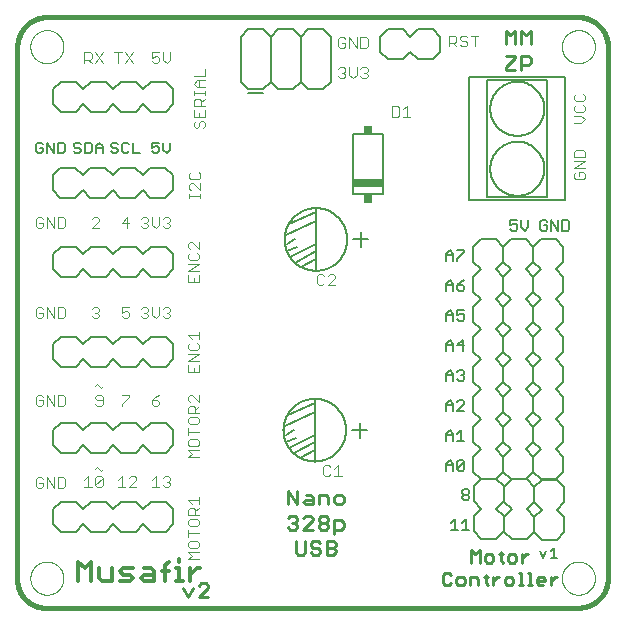
<source format=gto>
G75*
%MOIN*%
%OFA0B0*%
%FSLAX25Y25*%
%IPPOS*%
%LPD*%
%AMOC8*
5,1,8,0,0,1.08239X$1,22.5*
%
%ADD10C,0.00400*%
%ADD11C,0.00500*%
%ADD12C,0.00000*%
%ADD13C,0.01300*%
%ADD14C,0.00900*%
%ADD15C,0.01000*%
%ADD16C,0.01600*%
%ADD17C,0.00700*%
%ADD18R,0.10000X0.02500*%
%ADD19R,0.02500X0.02992*%
%ADD20C,0.00800*%
D10*
X0008592Y0041681D02*
X0009793Y0041681D01*
X0010393Y0042282D01*
X0010393Y0043483D01*
X0009192Y0043483D01*
X0007991Y0044684D02*
X0007991Y0042282D01*
X0008592Y0041681D01*
X0011674Y0041681D02*
X0011674Y0045284D01*
X0014076Y0041681D01*
X0014076Y0045284D01*
X0015357Y0045284D02*
X0017159Y0045284D01*
X0017759Y0044684D01*
X0017759Y0042282D01*
X0017159Y0041681D01*
X0015357Y0041681D01*
X0015357Y0045284D01*
X0010393Y0044684D02*
X0009793Y0045284D01*
X0008592Y0045284D01*
X0007991Y0044684D01*
X0024174Y0044428D02*
X0025375Y0045629D01*
X0025375Y0042026D01*
X0024174Y0042026D02*
X0026576Y0042026D01*
X0027857Y0042626D02*
X0030259Y0045028D01*
X0030259Y0042626D01*
X0029659Y0042026D01*
X0028458Y0042026D01*
X0027857Y0042626D01*
X0027857Y0045028D01*
X0028458Y0045629D01*
X0029659Y0045629D01*
X0030259Y0045028D01*
X0029659Y0047528D02*
X0030259Y0048129D01*
X0029659Y0047528D02*
X0028458Y0048729D01*
X0027857Y0048129D01*
X0035424Y0044428D02*
X0036625Y0045629D01*
X0036625Y0042026D01*
X0035424Y0042026D02*
X0037826Y0042026D01*
X0039107Y0042026D02*
X0041509Y0044428D01*
X0041509Y0045028D01*
X0040909Y0045629D01*
X0039708Y0045629D01*
X0039107Y0045028D01*
X0039107Y0042026D02*
X0041509Y0042026D01*
X0046674Y0042026D02*
X0049076Y0042026D01*
X0047875Y0042026D02*
X0047875Y0045629D01*
X0046674Y0044428D01*
X0050357Y0045028D02*
X0050958Y0045629D01*
X0052159Y0045629D01*
X0052759Y0045028D01*
X0052759Y0044428D01*
X0052159Y0043827D01*
X0052759Y0043227D01*
X0052759Y0042626D01*
X0052159Y0042026D01*
X0050958Y0042026D01*
X0050357Y0042626D01*
X0051558Y0043827D02*
X0052159Y0043827D01*
X0058737Y0037593D02*
X0062340Y0037593D01*
X0062340Y0036392D02*
X0062340Y0038794D01*
X0059938Y0036392D02*
X0058737Y0037593D01*
X0059338Y0035111D02*
X0060539Y0035111D01*
X0061139Y0034511D01*
X0061139Y0032709D01*
X0061139Y0033910D02*
X0062340Y0035111D01*
X0062340Y0032709D02*
X0058737Y0032709D01*
X0058737Y0034511D01*
X0059338Y0035111D01*
X0059338Y0031428D02*
X0058737Y0030828D01*
X0058737Y0029627D01*
X0059338Y0029026D01*
X0061740Y0029026D01*
X0062340Y0029627D01*
X0062340Y0030828D01*
X0061740Y0031428D01*
X0059338Y0031428D01*
X0058737Y0027745D02*
X0058737Y0025343D01*
X0058737Y0026544D02*
X0062340Y0026544D01*
X0061740Y0024062D02*
X0059338Y0024062D01*
X0058737Y0023461D01*
X0058737Y0022260D01*
X0059338Y0021660D01*
X0061740Y0021660D01*
X0062340Y0022260D01*
X0062340Y0023461D01*
X0061740Y0024062D01*
X0062340Y0020379D02*
X0058737Y0020379D01*
X0059938Y0019178D01*
X0058737Y0017977D01*
X0062340Y0017977D01*
X0062340Y0051914D02*
X0058737Y0051914D01*
X0059938Y0053115D01*
X0058737Y0054316D01*
X0062340Y0054316D01*
X0061740Y0055597D02*
X0062340Y0056197D01*
X0062340Y0057398D01*
X0061740Y0057999D01*
X0059338Y0057999D01*
X0058737Y0057398D01*
X0058737Y0056197D01*
X0059338Y0055597D01*
X0061740Y0055597D01*
X0058737Y0059280D02*
X0058737Y0061682D01*
X0058737Y0060481D02*
X0062340Y0060481D01*
X0061740Y0062963D02*
X0062340Y0063564D01*
X0062340Y0064765D01*
X0061740Y0065365D01*
X0059338Y0065365D01*
X0058737Y0064765D01*
X0058737Y0063564D01*
X0059338Y0062963D01*
X0061740Y0062963D01*
X0062340Y0066646D02*
X0058737Y0066646D01*
X0058737Y0068448D01*
X0059338Y0069048D01*
X0060539Y0069048D01*
X0061139Y0068448D01*
X0061139Y0066646D01*
X0061139Y0067847D02*
X0062340Y0069048D01*
X0062340Y0070329D02*
X0059938Y0072731D01*
X0059338Y0072731D01*
X0058737Y0072131D01*
X0058737Y0070930D01*
X0059338Y0070329D01*
X0062340Y0070329D02*
X0062340Y0072731D01*
X0062340Y0080343D02*
X0058737Y0080343D01*
X0058737Y0082745D01*
X0058737Y0084026D02*
X0062340Y0086428D01*
X0058737Y0086428D01*
X0059338Y0087709D02*
X0061740Y0087709D01*
X0062340Y0088310D01*
X0062340Y0089511D01*
X0061740Y0090111D01*
X0062340Y0091392D02*
X0062340Y0093794D01*
X0062340Y0092593D02*
X0058737Y0092593D01*
X0059938Y0091392D01*
X0059338Y0090111D02*
X0058737Y0089511D01*
X0058737Y0088310D01*
X0059338Y0087709D01*
X0058737Y0084026D02*
X0062340Y0084026D01*
X0062340Y0082745D02*
X0062340Y0080343D01*
X0060539Y0080343D02*
X0060539Y0081544D01*
X0049009Y0072784D02*
X0047808Y0072184D01*
X0046607Y0070983D01*
X0048409Y0070983D01*
X0049009Y0070382D01*
X0049009Y0069782D01*
X0048409Y0069181D01*
X0047208Y0069181D01*
X0046607Y0069782D01*
X0046607Y0070983D01*
X0039009Y0072184D02*
X0036607Y0069782D01*
X0036607Y0069181D01*
X0036607Y0072784D02*
X0039009Y0072784D01*
X0039009Y0072184D01*
X0030259Y0072184D02*
X0030259Y0069782D01*
X0029659Y0069181D01*
X0028458Y0069181D01*
X0027857Y0069782D01*
X0028458Y0070983D02*
X0027857Y0071583D01*
X0027857Y0072184D01*
X0028458Y0072784D01*
X0029659Y0072784D01*
X0030259Y0072184D01*
X0030259Y0070983D02*
X0028458Y0070983D01*
X0029659Y0075028D02*
X0030259Y0075629D01*
X0029659Y0075028D02*
X0028458Y0076229D01*
X0027857Y0075629D01*
X0017759Y0072184D02*
X0017759Y0069782D01*
X0017159Y0069181D01*
X0015357Y0069181D01*
X0015357Y0072784D01*
X0017159Y0072784D01*
X0017759Y0072184D01*
X0014076Y0072784D02*
X0014076Y0069181D01*
X0011674Y0072784D01*
X0011674Y0069181D01*
X0010393Y0069782D02*
X0010393Y0070983D01*
X0009192Y0070983D01*
X0007991Y0072184D02*
X0007991Y0069782D01*
X0008592Y0069181D01*
X0009793Y0069181D01*
X0010393Y0069782D01*
X0010393Y0072184D02*
X0009793Y0072784D01*
X0008592Y0072784D01*
X0007991Y0072184D01*
X0008592Y0098276D02*
X0007991Y0098876D01*
X0007991Y0101278D01*
X0008592Y0101879D01*
X0009793Y0101879D01*
X0010393Y0101278D01*
X0010393Y0100077D02*
X0009192Y0100077D01*
X0010393Y0100077D02*
X0010393Y0098876D01*
X0009793Y0098276D01*
X0008592Y0098276D01*
X0011674Y0098276D02*
X0011674Y0101879D01*
X0014076Y0098276D01*
X0014076Y0101879D01*
X0015357Y0101879D02*
X0017159Y0101879D01*
X0017759Y0101278D01*
X0017759Y0098876D01*
X0017159Y0098276D01*
X0015357Y0098276D01*
X0015357Y0101879D01*
X0026607Y0101278D02*
X0027208Y0101879D01*
X0028409Y0101879D01*
X0029009Y0101278D01*
X0029009Y0100678D01*
X0028409Y0100077D01*
X0029009Y0099477D01*
X0029009Y0098876D01*
X0028409Y0098276D01*
X0027208Y0098276D01*
X0026607Y0098876D01*
X0027808Y0100077D02*
X0028409Y0100077D01*
X0036607Y0100077D02*
X0037808Y0100678D01*
X0038409Y0100678D01*
X0039009Y0100077D01*
X0039009Y0098876D01*
X0038409Y0098276D01*
X0037208Y0098276D01*
X0036607Y0098876D01*
X0036607Y0100077D02*
X0036607Y0101879D01*
X0039009Y0101879D01*
X0042991Y0101278D02*
X0043592Y0101879D01*
X0044793Y0101879D01*
X0045393Y0101278D01*
X0045393Y0100678D01*
X0044793Y0100077D01*
X0045393Y0099477D01*
X0045393Y0098876D01*
X0044793Y0098276D01*
X0043592Y0098276D01*
X0042991Y0098876D01*
X0044192Y0100077D02*
X0044793Y0100077D01*
X0046674Y0099477D02*
X0046674Y0101879D01*
X0049076Y0101879D02*
X0049076Y0099477D01*
X0047875Y0098276D01*
X0046674Y0099477D01*
X0050357Y0098876D02*
X0050958Y0098276D01*
X0052159Y0098276D01*
X0052759Y0098876D01*
X0052759Y0099477D01*
X0052159Y0100077D01*
X0051558Y0100077D01*
X0052159Y0100077D02*
X0052759Y0100678D01*
X0052759Y0101278D01*
X0052159Y0101879D01*
X0050958Y0101879D01*
X0050357Y0101278D01*
X0058737Y0110343D02*
X0062340Y0110343D01*
X0062340Y0112745D01*
X0062340Y0114026D02*
X0058737Y0114026D01*
X0062340Y0116428D01*
X0058737Y0116428D01*
X0059338Y0117709D02*
X0061740Y0117709D01*
X0062340Y0118310D01*
X0062340Y0119511D01*
X0061740Y0120111D01*
X0062340Y0121392D02*
X0059938Y0123794D01*
X0059338Y0123794D01*
X0058737Y0123194D01*
X0058737Y0121993D01*
X0059338Y0121392D01*
X0059338Y0120111D02*
X0058737Y0119511D01*
X0058737Y0118310D01*
X0059338Y0117709D01*
X0062340Y0121392D02*
X0062340Y0123794D01*
X0052759Y0128876D02*
X0052159Y0128276D01*
X0050958Y0128276D01*
X0050357Y0128876D01*
X0049076Y0129477D02*
X0049076Y0131879D01*
X0050357Y0131278D02*
X0050958Y0131879D01*
X0052159Y0131879D01*
X0052759Y0131278D01*
X0052759Y0130678D01*
X0052159Y0130077D01*
X0052759Y0129477D01*
X0052759Y0128876D01*
X0052159Y0130077D02*
X0051558Y0130077D01*
X0049076Y0129477D02*
X0047875Y0128276D01*
X0046674Y0129477D01*
X0046674Y0131879D01*
X0045393Y0131278D02*
X0045393Y0130678D01*
X0044793Y0130077D01*
X0045393Y0129477D01*
X0045393Y0128876D01*
X0044793Y0128276D01*
X0043592Y0128276D01*
X0042991Y0128876D01*
X0044192Y0130077D02*
X0044793Y0130077D01*
X0045393Y0131278D02*
X0044793Y0131879D01*
X0043592Y0131879D01*
X0042991Y0131278D01*
X0039009Y0130077D02*
X0036607Y0130077D01*
X0038409Y0131879D01*
X0038409Y0128276D01*
X0029009Y0128276D02*
X0026607Y0128276D01*
X0029009Y0130678D01*
X0029009Y0131278D01*
X0028409Y0131879D01*
X0027208Y0131879D01*
X0026607Y0131278D01*
X0017759Y0131278D02*
X0017759Y0128876D01*
X0017159Y0128276D01*
X0015357Y0128276D01*
X0015357Y0131879D01*
X0017159Y0131879D01*
X0017759Y0131278D01*
X0014076Y0131879D02*
X0014076Y0128276D01*
X0011674Y0131879D01*
X0011674Y0128276D01*
X0010393Y0128876D02*
X0010393Y0130077D01*
X0009192Y0130077D01*
X0007991Y0131278D02*
X0007991Y0128876D01*
X0008592Y0128276D01*
X0009793Y0128276D01*
X0010393Y0128876D01*
X0010393Y0131278D02*
X0009793Y0131879D01*
X0008592Y0131879D01*
X0007991Y0131278D01*
X0059200Y0138443D02*
X0059200Y0139644D01*
X0059200Y0139043D02*
X0062803Y0139043D01*
X0062803Y0138443D02*
X0062803Y0139644D01*
X0062803Y0140898D02*
X0060401Y0143300D01*
X0059801Y0143300D01*
X0059200Y0142700D01*
X0059200Y0141499D01*
X0059801Y0140898D01*
X0062803Y0140898D02*
X0062803Y0143300D01*
X0062203Y0144581D02*
X0062803Y0145182D01*
X0062803Y0146383D01*
X0062203Y0146983D01*
X0062203Y0144581D02*
X0059801Y0144581D01*
X0059200Y0145182D01*
X0059200Y0146383D01*
X0059801Y0146983D01*
X0061267Y0161704D02*
X0061868Y0161704D01*
X0062468Y0162305D01*
X0062468Y0163506D01*
X0063069Y0164106D01*
X0063669Y0164106D01*
X0064270Y0163506D01*
X0064270Y0162305D01*
X0063669Y0161704D01*
X0061267Y0161704D02*
X0060667Y0162305D01*
X0060667Y0163506D01*
X0061267Y0164106D01*
X0060667Y0165388D02*
X0064270Y0165388D01*
X0064270Y0167790D01*
X0064270Y0169071D02*
X0060667Y0169071D01*
X0060667Y0170872D01*
X0061267Y0171473D01*
X0062468Y0171473D01*
X0063069Y0170872D01*
X0063069Y0169071D01*
X0063069Y0170272D02*
X0064270Y0171473D01*
X0064270Y0172754D02*
X0064270Y0173955D01*
X0064270Y0173354D02*
X0060667Y0173354D01*
X0060667Y0172754D02*
X0060667Y0173955D01*
X0061868Y0175209D02*
X0060667Y0176410D01*
X0061868Y0177611D01*
X0064270Y0177611D01*
X0064270Y0178892D02*
X0064270Y0181294D01*
X0064270Y0178892D02*
X0060667Y0178892D01*
X0062468Y0177611D02*
X0062468Y0175209D01*
X0061868Y0175209D02*
X0064270Y0175209D01*
X0060667Y0167790D02*
X0060667Y0165388D01*
X0062468Y0165388D02*
X0062468Y0166589D01*
X0051558Y0183276D02*
X0052759Y0184477D01*
X0052759Y0186879D01*
X0050357Y0186879D02*
X0050357Y0184477D01*
X0051558Y0183276D01*
X0049076Y0183876D02*
X0049076Y0185077D01*
X0048476Y0185678D01*
X0047875Y0185678D01*
X0046674Y0185077D01*
X0046674Y0186879D01*
X0049076Y0186879D01*
X0049076Y0183876D02*
X0048476Y0183276D01*
X0047275Y0183276D01*
X0046674Y0183876D01*
X0040259Y0183276D02*
X0037857Y0186879D01*
X0036576Y0186879D02*
X0034174Y0186879D01*
X0035375Y0186879D02*
X0035375Y0183276D01*
X0037857Y0183276D02*
X0040259Y0186879D01*
X0030259Y0186879D02*
X0027857Y0183276D01*
X0026576Y0183276D02*
X0025375Y0184477D01*
X0025976Y0184477D02*
X0024174Y0184477D01*
X0024174Y0183276D02*
X0024174Y0186879D01*
X0025976Y0186879D01*
X0026576Y0186278D01*
X0026576Y0185077D01*
X0025976Y0184477D01*
X0027857Y0186879D02*
X0030259Y0183276D01*
X0058737Y0112745D02*
X0058737Y0110343D01*
X0060539Y0110343D02*
X0060539Y0111544D01*
X0101674Y0112278D02*
X0101674Y0109876D01*
X0102275Y0109276D01*
X0103476Y0109276D01*
X0104076Y0109876D01*
X0105357Y0109276D02*
X0107759Y0111678D01*
X0107759Y0112278D01*
X0107159Y0112879D01*
X0105958Y0112879D01*
X0105357Y0112278D01*
X0104076Y0112278D02*
X0103476Y0112879D01*
X0102275Y0112879D01*
X0101674Y0112278D01*
X0105357Y0109276D02*
X0107759Y0109276D01*
X0126737Y0165528D02*
X0128539Y0165528D01*
X0129139Y0166128D01*
X0129139Y0168530D01*
X0128539Y0169131D01*
X0126737Y0169131D01*
X0126737Y0165528D01*
X0130420Y0165528D02*
X0132823Y0165528D01*
X0131622Y0165528D02*
X0131622Y0169131D01*
X0130420Y0167930D01*
X0118566Y0178876D02*
X0117966Y0178276D01*
X0116765Y0178276D01*
X0116164Y0178876D01*
X0114883Y0179477D02*
X0114883Y0181879D01*
X0116164Y0181278D02*
X0116765Y0181879D01*
X0117966Y0181879D01*
X0118566Y0181278D01*
X0118566Y0180678D01*
X0117966Y0180077D01*
X0118566Y0179477D01*
X0118566Y0178876D01*
X0117966Y0180077D02*
X0117365Y0180077D01*
X0114883Y0179477D02*
X0113682Y0178276D01*
X0112481Y0179477D01*
X0112481Y0181879D01*
X0111200Y0181278D02*
X0111200Y0180678D01*
X0110600Y0180077D01*
X0111200Y0179477D01*
X0111200Y0178876D01*
X0110600Y0178276D01*
X0109399Y0178276D01*
X0108798Y0178876D01*
X0109999Y0180077D02*
X0110600Y0180077D01*
X0111200Y0181278D02*
X0110600Y0181879D01*
X0109399Y0181879D01*
X0108798Y0181278D01*
X0109399Y0188276D02*
X0110600Y0188276D01*
X0111200Y0188876D01*
X0111200Y0190077D01*
X0109999Y0190077D01*
X0108798Y0188876D02*
X0109399Y0188276D01*
X0108798Y0188876D02*
X0108798Y0191278D01*
X0109399Y0191879D01*
X0110600Y0191879D01*
X0111200Y0191278D01*
X0112481Y0191879D02*
X0114883Y0188276D01*
X0114883Y0191879D01*
X0116164Y0191879D02*
X0117966Y0191879D01*
X0118566Y0191278D01*
X0118566Y0188876D01*
X0117966Y0188276D01*
X0116164Y0188276D01*
X0116164Y0191879D01*
X0112481Y0191879D02*
X0112481Y0188276D01*
X0145748Y0188924D02*
X0145748Y0192527D01*
X0147550Y0192527D01*
X0148150Y0191927D01*
X0148150Y0190726D01*
X0147550Y0190125D01*
X0145748Y0190125D01*
X0146949Y0190125D02*
X0148150Y0188924D01*
X0149432Y0189525D02*
X0150032Y0188924D01*
X0151233Y0188924D01*
X0151834Y0189525D01*
X0151834Y0190125D01*
X0151233Y0190726D01*
X0150032Y0190726D01*
X0149432Y0191326D01*
X0149432Y0191927D01*
X0150032Y0192527D01*
X0151233Y0192527D01*
X0151834Y0191927D01*
X0153115Y0192527D02*
X0155517Y0192527D01*
X0154316Y0192527D02*
X0154316Y0188924D01*
X0187350Y0172506D02*
X0187350Y0171305D01*
X0187951Y0170705D01*
X0190353Y0170705D01*
X0190953Y0171305D01*
X0190953Y0172506D01*
X0190353Y0173107D01*
X0187951Y0173107D02*
X0187350Y0172506D01*
X0187951Y0169424D02*
X0187350Y0168823D01*
X0187350Y0167622D01*
X0187951Y0167022D01*
X0190353Y0167022D01*
X0190953Y0167622D01*
X0190953Y0168823D01*
X0190353Y0169424D01*
X0189752Y0165741D02*
X0187350Y0165741D01*
X0187350Y0163339D02*
X0189752Y0163339D01*
X0190953Y0164540D01*
X0189752Y0165741D01*
X0190353Y0154357D02*
X0187951Y0154357D01*
X0187350Y0153756D01*
X0187350Y0151955D01*
X0190953Y0151955D01*
X0190953Y0153756D01*
X0190353Y0154357D01*
X0190953Y0150674D02*
X0187350Y0150674D01*
X0187350Y0148272D02*
X0190953Y0150674D01*
X0190953Y0148272D02*
X0187350Y0148272D01*
X0187951Y0146991D02*
X0187350Y0146390D01*
X0187350Y0145189D01*
X0187951Y0144589D01*
X0190353Y0144589D01*
X0190953Y0145189D01*
X0190953Y0146390D01*
X0190353Y0146991D01*
X0189152Y0146991D01*
X0189152Y0145790D01*
X0108684Y0049316D02*
X0107483Y0048115D01*
X0106202Y0048715D02*
X0105602Y0049316D01*
X0104401Y0049316D01*
X0103800Y0048715D01*
X0103800Y0046313D01*
X0104401Y0045713D01*
X0105602Y0045713D01*
X0106202Y0046313D01*
X0107483Y0045713D02*
X0109885Y0045713D01*
X0108684Y0045713D02*
X0108684Y0049316D01*
D11*
X0100966Y0050513D02*
X0100966Y0054513D01*
X0095966Y0051763D01*
X0093966Y0053263D02*
X0100966Y0057013D01*
X0100966Y0059513D01*
X0092466Y0055013D01*
X0091466Y0057013D02*
X0094716Y0058513D01*
X0094077Y0061013D02*
X0091466Y0059513D01*
X0090966Y0062513D02*
X0100966Y0067013D01*
X0100966Y0070013D01*
X0091966Y0066013D01*
X0100966Y0067013D02*
X0100966Y0059513D01*
X0090533Y0061013D02*
X0090536Y0061269D01*
X0090546Y0061525D01*
X0090561Y0061780D01*
X0090583Y0062036D01*
X0090611Y0062290D01*
X0090646Y0062544D01*
X0090687Y0062797D01*
X0090733Y0063048D01*
X0090786Y0063299D01*
X0090846Y0063548D01*
X0090911Y0063796D01*
X0090982Y0064042D01*
X0091060Y0064286D01*
X0091143Y0064528D01*
X0091232Y0064768D01*
X0091327Y0065006D01*
X0091428Y0065241D01*
X0091535Y0065474D01*
X0091647Y0065704D01*
X0091765Y0065931D01*
X0091888Y0066155D01*
X0092017Y0066377D01*
X0092152Y0066595D01*
X0092291Y0066809D01*
X0092436Y0067020D01*
X0092586Y0067228D01*
X0092741Y0067432D01*
X0092901Y0067632D01*
X0093066Y0067828D01*
X0093236Y0068019D01*
X0093410Y0068207D01*
X0093589Y0068390D01*
X0093772Y0068569D01*
X0093960Y0068743D01*
X0094151Y0068913D01*
X0094347Y0069078D01*
X0094547Y0069238D01*
X0094751Y0069393D01*
X0094959Y0069543D01*
X0095170Y0069688D01*
X0095384Y0069827D01*
X0095602Y0069962D01*
X0095824Y0070091D01*
X0096048Y0070214D01*
X0096275Y0070332D01*
X0096505Y0070444D01*
X0096738Y0070551D01*
X0096973Y0070652D01*
X0097211Y0070747D01*
X0097451Y0070836D01*
X0097693Y0070919D01*
X0097937Y0070997D01*
X0098183Y0071068D01*
X0098431Y0071133D01*
X0098680Y0071193D01*
X0098931Y0071246D01*
X0099182Y0071292D01*
X0099435Y0071333D01*
X0099689Y0071368D01*
X0099943Y0071396D01*
X0100199Y0071418D01*
X0100454Y0071433D01*
X0100710Y0071443D01*
X0100966Y0071446D01*
X0101222Y0071443D01*
X0101478Y0071433D01*
X0101733Y0071418D01*
X0101989Y0071396D01*
X0102243Y0071368D01*
X0102497Y0071333D01*
X0102750Y0071292D01*
X0103001Y0071246D01*
X0103252Y0071193D01*
X0103501Y0071133D01*
X0103749Y0071068D01*
X0103995Y0070997D01*
X0104239Y0070919D01*
X0104481Y0070836D01*
X0104721Y0070747D01*
X0104959Y0070652D01*
X0105194Y0070551D01*
X0105427Y0070444D01*
X0105657Y0070332D01*
X0105884Y0070214D01*
X0106108Y0070091D01*
X0106330Y0069962D01*
X0106548Y0069827D01*
X0106762Y0069688D01*
X0106973Y0069543D01*
X0107181Y0069393D01*
X0107385Y0069238D01*
X0107585Y0069078D01*
X0107781Y0068913D01*
X0107972Y0068743D01*
X0108160Y0068569D01*
X0108343Y0068390D01*
X0108522Y0068207D01*
X0108696Y0068019D01*
X0108866Y0067828D01*
X0109031Y0067632D01*
X0109191Y0067432D01*
X0109346Y0067228D01*
X0109496Y0067020D01*
X0109641Y0066809D01*
X0109780Y0066595D01*
X0109915Y0066377D01*
X0110044Y0066155D01*
X0110167Y0065931D01*
X0110285Y0065704D01*
X0110397Y0065474D01*
X0110504Y0065241D01*
X0110605Y0065006D01*
X0110700Y0064768D01*
X0110789Y0064528D01*
X0110872Y0064286D01*
X0110950Y0064042D01*
X0111021Y0063796D01*
X0111086Y0063548D01*
X0111146Y0063299D01*
X0111199Y0063048D01*
X0111245Y0062797D01*
X0111286Y0062544D01*
X0111321Y0062290D01*
X0111349Y0062036D01*
X0111371Y0061780D01*
X0111386Y0061525D01*
X0111396Y0061269D01*
X0111399Y0061013D01*
X0111396Y0060757D01*
X0111386Y0060501D01*
X0111371Y0060246D01*
X0111349Y0059990D01*
X0111321Y0059736D01*
X0111286Y0059482D01*
X0111245Y0059229D01*
X0111199Y0058978D01*
X0111146Y0058727D01*
X0111086Y0058478D01*
X0111021Y0058230D01*
X0110950Y0057984D01*
X0110872Y0057740D01*
X0110789Y0057498D01*
X0110700Y0057258D01*
X0110605Y0057020D01*
X0110504Y0056785D01*
X0110397Y0056552D01*
X0110285Y0056322D01*
X0110167Y0056095D01*
X0110044Y0055871D01*
X0109915Y0055649D01*
X0109780Y0055431D01*
X0109641Y0055217D01*
X0109496Y0055006D01*
X0109346Y0054798D01*
X0109191Y0054594D01*
X0109031Y0054394D01*
X0108866Y0054198D01*
X0108696Y0054007D01*
X0108522Y0053819D01*
X0108343Y0053636D01*
X0108160Y0053457D01*
X0107972Y0053283D01*
X0107781Y0053113D01*
X0107585Y0052948D01*
X0107385Y0052788D01*
X0107181Y0052633D01*
X0106973Y0052483D01*
X0106762Y0052338D01*
X0106548Y0052199D01*
X0106330Y0052064D01*
X0106108Y0051935D01*
X0105884Y0051812D01*
X0105657Y0051694D01*
X0105427Y0051582D01*
X0105194Y0051475D01*
X0104959Y0051374D01*
X0104721Y0051279D01*
X0104481Y0051190D01*
X0104239Y0051107D01*
X0103995Y0051029D01*
X0103749Y0050958D01*
X0103501Y0050893D01*
X0103252Y0050833D01*
X0103001Y0050780D01*
X0102750Y0050734D01*
X0102497Y0050693D01*
X0102243Y0050658D01*
X0101989Y0050630D01*
X0101733Y0050608D01*
X0101478Y0050593D01*
X0101222Y0050583D01*
X0100966Y0050580D01*
X0100710Y0050583D01*
X0100454Y0050593D01*
X0100199Y0050608D01*
X0099943Y0050630D01*
X0099689Y0050658D01*
X0099435Y0050693D01*
X0099182Y0050734D01*
X0098931Y0050780D01*
X0098680Y0050833D01*
X0098431Y0050893D01*
X0098183Y0050958D01*
X0097937Y0051029D01*
X0097693Y0051107D01*
X0097451Y0051190D01*
X0097211Y0051279D01*
X0096973Y0051374D01*
X0096738Y0051475D01*
X0096505Y0051582D01*
X0096275Y0051694D01*
X0096048Y0051812D01*
X0095824Y0051935D01*
X0095602Y0052064D01*
X0095384Y0052199D01*
X0095170Y0052338D01*
X0094959Y0052483D01*
X0094751Y0052633D01*
X0094547Y0052788D01*
X0094347Y0052948D01*
X0094151Y0053113D01*
X0093960Y0053283D01*
X0093772Y0053457D01*
X0093589Y0053636D01*
X0093410Y0053819D01*
X0093236Y0054007D01*
X0093066Y0054198D01*
X0092901Y0054394D01*
X0092741Y0054594D01*
X0092586Y0054798D01*
X0092436Y0055006D01*
X0092291Y0055217D01*
X0092152Y0055431D01*
X0092017Y0055649D01*
X0091888Y0055871D01*
X0091765Y0056095D01*
X0091647Y0056322D01*
X0091535Y0056552D01*
X0091428Y0056785D01*
X0091327Y0057020D01*
X0091232Y0057258D01*
X0091143Y0057498D01*
X0091060Y0057740D01*
X0090982Y0057984D01*
X0090911Y0058230D01*
X0090846Y0058478D01*
X0090786Y0058727D01*
X0090733Y0058978D01*
X0090687Y0059229D01*
X0090646Y0059482D01*
X0090611Y0059736D01*
X0090583Y0059990D01*
X0090561Y0060246D01*
X0090546Y0060501D01*
X0090536Y0060757D01*
X0090533Y0061013D01*
X0100966Y0057013D02*
X0100966Y0054513D01*
X0113466Y0061013D02*
X0115966Y0061013D01*
X0115966Y0063513D01*
X0115966Y0061013D02*
X0115966Y0058513D01*
X0115966Y0061013D02*
X0118466Y0061013D01*
X0100966Y0070013D02*
X0100966Y0071513D01*
X0101340Y0114076D02*
X0101340Y0118076D01*
X0096340Y0115326D01*
X0094340Y0116826D02*
X0101340Y0120576D01*
X0101340Y0123076D01*
X0092840Y0118576D01*
X0091840Y0120576D02*
X0095090Y0122076D01*
X0094451Y0124576D02*
X0091840Y0123076D01*
X0091340Y0126076D02*
X0101340Y0130576D01*
X0101340Y0133576D01*
X0092340Y0129576D01*
X0101340Y0130576D02*
X0101340Y0123076D01*
X0090907Y0124576D02*
X0090910Y0124832D01*
X0090920Y0125088D01*
X0090935Y0125343D01*
X0090957Y0125599D01*
X0090985Y0125853D01*
X0091020Y0126107D01*
X0091061Y0126360D01*
X0091107Y0126611D01*
X0091160Y0126862D01*
X0091220Y0127111D01*
X0091285Y0127359D01*
X0091356Y0127605D01*
X0091434Y0127849D01*
X0091517Y0128091D01*
X0091606Y0128331D01*
X0091701Y0128569D01*
X0091802Y0128804D01*
X0091909Y0129037D01*
X0092021Y0129267D01*
X0092139Y0129494D01*
X0092262Y0129718D01*
X0092391Y0129940D01*
X0092526Y0130158D01*
X0092665Y0130372D01*
X0092810Y0130583D01*
X0092960Y0130791D01*
X0093115Y0130995D01*
X0093275Y0131195D01*
X0093440Y0131391D01*
X0093610Y0131582D01*
X0093784Y0131770D01*
X0093963Y0131953D01*
X0094146Y0132132D01*
X0094334Y0132306D01*
X0094525Y0132476D01*
X0094721Y0132641D01*
X0094921Y0132801D01*
X0095125Y0132956D01*
X0095333Y0133106D01*
X0095544Y0133251D01*
X0095758Y0133390D01*
X0095976Y0133525D01*
X0096198Y0133654D01*
X0096422Y0133777D01*
X0096649Y0133895D01*
X0096879Y0134007D01*
X0097112Y0134114D01*
X0097347Y0134215D01*
X0097585Y0134310D01*
X0097825Y0134399D01*
X0098067Y0134482D01*
X0098311Y0134560D01*
X0098557Y0134631D01*
X0098805Y0134696D01*
X0099054Y0134756D01*
X0099305Y0134809D01*
X0099556Y0134855D01*
X0099809Y0134896D01*
X0100063Y0134931D01*
X0100317Y0134959D01*
X0100573Y0134981D01*
X0100828Y0134996D01*
X0101084Y0135006D01*
X0101340Y0135009D01*
X0101596Y0135006D01*
X0101852Y0134996D01*
X0102107Y0134981D01*
X0102363Y0134959D01*
X0102617Y0134931D01*
X0102871Y0134896D01*
X0103124Y0134855D01*
X0103375Y0134809D01*
X0103626Y0134756D01*
X0103875Y0134696D01*
X0104123Y0134631D01*
X0104369Y0134560D01*
X0104613Y0134482D01*
X0104855Y0134399D01*
X0105095Y0134310D01*
X0105333Y0134215D01*
X0105568Y0134114D01*
X0105801Y0134007D01*
X0106031Y0133895D01*
X0106258Y0133777D01*
X0106482Y0133654D01*
X0106704Y0133525D01*
X0106922Y0133390D01*
X0107136Y0133251D01*
X0107347Y0133106D01*
X0107555Y0132956D01*
X0107759Y0132801D01*
X0107959Y0132641D01*
X0108155Y0132476D01*
X0108346Y0132306D01*
X0108534Y0132132D01*
X0108717Y0131953D01*
X0108896Y0131770D01*
X0109070Y0131582D01*
X0109240Y0131391D01*
X0109405Y0131195D01*
X0109565Y0130995D01*
X0109720Y0130791D01*
X0109870Y0130583D01*
X0110015Y0130372D01*
X0110154Y0130158D01*
X0110289Y0129940D01*
X0110418Y0129718D01*
X0110541Y0129494D01*
X0110659Y0129267D01*
X0110771Y0129037D01*
X0110878Y0128804D01*
X0110979Y0128569D01*
X0111074Y0128331D01*
X0111163Y0128091D01*
X0111246Y0127849D01*
X0111324Y0127605D01*
X0111395Y0127359D01*
X0111460Y0127111D01*
X0111520Y0126862D01*
X0111573Y0126611D01*
X0111619Y0126360D01*
X0111660Y0126107D01*
X0111695Y0125853D01*
X0111723Y0125599D01*
X0111745Y0125343D01*
X0111760Y0125088D01*
X0111770Y0124832D01*
X0111773Y0124576D01*
X0111770Y0124320D01*
X0111760Y0124064D01*
X0111745Y0123809D01*
X0111723Y0123553D01*
X0111695Y0123299D01*
X0111660Y0123045D01*
X0111619Y0122792D01*
X0111573Y0122541D01*
X0111520Y0122290D01*
X0111460Y0122041D01*
X0111395Y0121793D01*
X0111324Y0121547D01*
X0111246Y0121303D01*
X0111163Y0121061D01*
X0111074Y0120821D01*
X0110979Y0120583D01*
X0110878Y0120348D01*
X0110771Y0120115D01*
X0110659Y0119885D01*
X0110541Y0119658D01*
X0110418Y0119434D01*
X0110289Y0119212D01*
X0110154Y0118994D01*
X0110015Y0118780D01*
X0109870Y0118569D01*
X0109720Y0118361D01*
X0109565Y0118157D01*
X0109405Y0117957D01*
X0109240Y0117761D01*
X0109070Y0117570D01*
X0108896Y0117382D01*
X0108717Y0117199D01*
X0108534Y0117020D01*
X0108346Y0116846D01*
X0108155Y0116676D01*
X0107959Y0116511D01*
X0107759Y0116351D01*
X0107555Y0116196D01*
X0107347Y0116046D01*
X0107136Y0115901D01*
X0106922Y0115762D01*
X0106704Y0115627D01*
X0106482Y0115498D01*
X0106258Y0115375D01*
X0106031Y0115257D01*
X0105801Y0115145D01*
X0105568Y0115038D01*
X0105333Y0114937D01*
X0105095Y0114842D01*
X0104855Y0114753D01*
X0104613Y0114670D01*
X0104369Y0114592D01*
X0104123Y0114521D01*
X0103875Y0114456D01*
X0103626Y0114396D01*
X0103375Y0114343D01*
X0103124Y0114297D01*
X0102871Y0114256D01*
X0102617Y0114221D01*
X0102363Y0114193D01*
X0102107Y0114171D01*
X0101852Y0114156D01*
X0101596Y0114146D01*
X0101340Y0114143D01*
X0101084Y0114146D01*
X0100828Y0114156D01*
X0100573Y0114171D01*
X0100317Y0114193D01*
X0100063Y0114221D01*
X0099809Y0114256D01*
X0099556Y0114297D01*
X0099305Y0114343D01*
X0099054Y0114396D01*
X0098805Y0114456D01*
X0098557Y0114521D01*
X0098311Y0114592D01*
X0098067Y0114670D01*
X0097825Y0114753D01*
X0097585Y0114842D01*
X0097347Y0114937D01*
X0097112Y0115038D01*
X0096879Y0115145D01*
X0096649Y0115257D01*
X0096422Y0115375D01*
X0096198Y0115498D01*
X0095976Y0115627D01*
X0095758Y0115762D01*
X0095544Y0115901D01*
X0095333Y0116046D01*
X0095125Y0116196D01*
X0094921Y0116351D01*
X0094721Y0116511D01*
X0094525Y0116676D01*
X0094334Y0116846D01*
X0094146Y0117020D01*
X0093963Y0117199D01*
X0093784Y0117382D01*
X0093610Y0117570D01*
X0093440Y0117761D01*
X0093275Y0117957D01*
X0093115Y0118157D01*
X0092960Y0118361D01*
X0092810Y0118569D01*
X0092665Y0118780D01*
X0092526Y0118994D01*
X0092391Y0119212D01*
X0092262Y0119434D01*
X0092139Y0119658D01*
X0092021Y0119885D01*
X0091909Y0120115D01*
X0091802Y0120348D01*
X0091701Y0120583D01*
X0091606Y0120821D01*
X0091517Y0121061D01*
X0091434Y0121303D01*
X0091356Y0121547D01*
X0091285Y0121793D01*
X0091220Y0122041D01*
X0091160Y0122290D01*
X0091107Y0122541D01*
X0091061Y0122792D01*
X0091020Y0123045D01*
X0090985Y0123299D01*
X0090957Y0123553D01*
X0090935Y0123809D01*
X0090920Y0124064D01*
X0090910Y0124320D01*
X0090907Y0124576D01*
X0101340Y0120576D02*
X0101340Y0118076D01*
X0113840Y0124576D02*
X0116340Y0124576D01*
X0116340Y0127076D01*
X0116340Y0124576D02*
X0116340Y0122076D01*
X0116340Y0124576D02*
X0118840Y0124576D01*
X0113840Y0139576D02*
X0113840Y0159576D01*
X0123840Y0159576D01*
X0123840Y0139576D01*
X0113840Y0139576D01*
X0101340Y0135076D02*
X0101340Y0133576D01*
X0144839Y0119858D02*
X0144839Y0117522D01*
X0144839Y0119274D02*
X0147174Y0119274D01*
X0147174Y0119858D02*
X0147174Y0117522D01*
X0148522Y0117522D02*
X0148522Y0118106D01*
X0150857Y0120442D01*
X0150857Y0121025D01*
X0148522Y0121025D01*
X0147174Y0119858D02*
X0146006Y0121025D01*
X0144839Y0119858D01*
X0146006Y0111025D02*
X0147174Y0109858D01*
X0147174Y0107522D01*
X0148522Y0108106D02*
X0148522Y0109274D01*
X0150273Y0109274D01*
X0150857Y0108690D01*
X0150857Y0108106D01*
X0150273Y0107522D01*
X0149105Y0107522D01*
X0148522Y0108106D01*
X0148522Y0109274D02*
X0149689Y0110442D01*
X0150857Y0111025D01*
X0147174Y0109274D02*
X0144839Y0109274D01*
X0144839Y0109858D02*
X0146006Y0111025D01*
X0144839Y0109858D02*
X0144839Y0107522D01*
X0146006Y0101025D02*
X0147174Y0099858D01*
X0147174Y0097522D01*
X0148522Y0098106D02*
X0149105Y0097522D01*
X0150273Y0097522D01*
X0150857Y0098106D01*
X0150857Y0099274D01*
X0150273Y0099858D01*
X0149689Y0099858D01*
X0148522Y0099274D01*
X0148522Y0101025D01*
X0150857Y0101025D01*
X0147174Y0099274D02*
X0144839Y0099274D01*
X0144839Y0099858D02*
X0146006Y0101025D01*
X0144839Y0099858D02*
X0144839Y0097522D01*
X0146006Y0091025D02*
X0147174Y0089858D01*
X0147174Y0087522D01*
X0147174Y0089274D02*
X0144839Y0089274D01*
X0144839Y0089858D02*
X0146006Y0091025D01*
X0144839Y0089858D02*
X0144839Y0087522D01*
X0148522Y0089274D02*
X0150273Y0091025D01*
X0150273Y0087522D01*
X0150857Y0089274D02*
X0148522Y0089274D01*
X0149105Y0081025D02*
X0150273Y0081025D01*
X0150857Y0080442D01*
X0150857Y0079858D01*
X0150273Y0079274D01*
X0150857Y0078690D01*
X0150857Y0078106D01*
X0150273Y0077522D01*
X0149105Y0077522D01*
X0148522Y0078106D01*
X0147174Y0077522D02*
X0147174Y0079858D01*
X0146006Y0081025D01*
X0144839Y0079858D01*
X0144839Y0077522D01*
X0144839Y0079274D02*
X0147174Y0079274D01*
X0148522Y0080442D02*
X0149105Y0081025D01*
X0149689Y0079274D02*
X0150273Y0079274D01*
X0150273Y0071025D02*
X0149105Y0071025D01*
X0148522Y0070442D01*
X0147174Y0069858D02*
X0147174Y0067522D01*
X0148522Y0067522D02*
X0150857Y0069858D01*
X0150857Y0070442D01*
X0150273Y0071025D01*
X0147174Y0069858D02*
X0146006Y0071025D01*
X0144839Y0069858D01*
X0144839Y0067522D01*
X0144839Y0069274D02*
X0147174Y0069274D01*
X0148522Y0067522D02*
X0150857Y0067522D01*
X0149689Y0061025D02*
X0149689Y0057522D01*
X0148522Y0057522D02*
X0150857Y0057522D01*
X0148522Y0059858D02*
X0149689Y0061025D01*
X0147174Y0059858D02*
X0147174Y0057522D01*
X0147174Y0059274D02*
X0144839Y0059274D01*
X0144839Y0059858D02*
X0146006Y0061025D01*
X0147174Y0059858D01*
X0144839Y0059858D02*
X0144839Y0057522D01*
X0146006Y0051025D02*
X0147174Y0049858D01*
X0147174Y0047522D01*
X0148522Y0048106D02*
X0150857Y0050442D01*
X0150857Y0048106D01*
X0150273Y0047522D01*
X0149105Y0047522D01*
X0148522Y0048106D01*
X0148522Y0050442D01*
X0149105Y0051025D01*
X0150273Y0051025D01*
X0150857Y0050442D01*
X0147174Y0049274D02*
X0144839Y0049274D01*
X0144839Y0049858D02*
X0146006Y0051025D01*
X0144839Y0049858D02*
X0144839Y0047522D01*
X0150747Y0041203D02*
X0150163Y0040619D01*
X0150163Y0040035D01*
X0150747Y0039451D01*
X0151915Y0039451D01*
X0152499Y0038867D01*
X0152499Y0038283D01*
X0151915Y0037700D01*
X0150747Y0037700D01*
X0150163Y0038283D01*
X0150163Y0038867D01*
X0150747Y0039451D01*
X0151915Y0039451D02*
X0152499Y0040035D01*
X0152499Y0040619D01*
X0151915Y0041203D01*
X0150747Y0041203D01*
X0151264Y0031203D02*
X0151264Y0027700D01*
X0150096Y0027700D02*
X0152432Y0027700D01*
X0150096Y0030035D02*
X0151264Y0031203D01*
X0147581Y0031203D02*
X0147581Y0027700D01*
X0146413Y0027700D02*
X0148749Y0027700D01*
X0146413Y0030035D02*
X0147581Y0031203D01*
X0166722Y0127522D02*
X0166138Y0128106D01*
X0166722Y0127522D02*
X0167889Y0127522D01*
X0168473Y0128106D01*
X0168473Y0129274D01*
X0167889Y0129858D01*
X0167305Y0129858D01*
X0166138Y0129274D01*
X0166138Y0131025D01*
X0168473Y0131025D01*
X0169821Y0131025D02*
X0169821Y0128690D01*
X0170989Y0127522D01*
X0172156Y0128690D01*
X0172156Y0131025D01*
X0176138Y0130442D02*
X0176138Y0128106D01*
X0176722Y0127522D01*
X0177889Y0127522D01*
X0178473Y0128106D01*
X0178473Y0129274D01*
X0177305Y0129274D01*
X0176138Y0130442D02*
X0176722Y0131025D01*
X0177889Y0131025D01*
X0178473Y0130442D01*
X0179821Y0131025D02*
X0182156Y0127522D01*
X0182156Y0131025D01*
X0183504Y0131025D02*
X0185256Y0131025D01*
X0185839Y0130442D01*
X0185839Y0128106D01*
X0185256Y0127522D01*
X0183504Y0127522D01*
X0183504Y0131025D01*
X0179821Y0131025D02*
X0179821Y0127522D01*
X0184466Y0137639D02*
X0152466Y0137639D01*
X0152466Y0178639D01*
X0184466Y0178639D01*
X0184466Y0137639D01*
X0178466Y0138639D02*
X0158466Y0138639D01*
X0158466Y0177639D01*
X0178466Y0177639D01*
X0178466Y0138639D01*
X0159452Y0148139D02*
X0159455Y0148360D01*
X0159463Y0148581D01*
X0159476Y0148802D01*
X0159495Y0149023D01*
X0159520Y0149242D01*
X0159550Y0149462D01*
X0159585Y0149680D01*
X0159625Y0149898D01*
X0159671Y0150114D01*
X0159722Y0150329D01*
X0159779Y0150543D01*
X0159840Y0150756D01*
X0159907Y0150967D01*
X0159979Y0151176D01*
X0160056Y0151383D01*
X0160138Y0151589D01*
X0160225Y0151792D01*
X0160317Y0151993D01*
X0160414Y0152192D01*
X0160516Y0152388D01*
X0160623Y0152582D01*
X0160734Y0152773D01*
X0160850Y0152961D01*
X0160971Y0153147D01*
X0161096Y0153329D01*
X0161226Y0153509D01*
X0161360Y0153685D01*
X0161498Y0153857D01*
X0161641Y0154027D01*
X0161787Y0154192D01*
X0161938Y0154355D01*
X0162092Y0154513D01*
X0162250Y0154667D01*
X0162413Y0154818D01*
X0162578Y0154964D01*
X0162748Y0155107D01*
X0162920Y0155245D01*
X0163096Y0155379D01*
X0163276Y0155509D01*
X0163458Y0155634D01*
X0163644Y0155755D01*
X0163832Y0155871D01*
X0164023Y0155982D01*
X0164217Y0156089D01*
X0164413Y0156191D01*
X0164612Y0156288D01*
X0164813Y0156380D01*
X0165016Y0156467D01*
X0165222Y0156549D01*
X0165429Y0156626D01*
X0165638Y0156698D01*
X0165849Y0156765D01*
X0166062Y0156826D01*
X0166276Y0156883D01*
X0166491Y0156934D01*
X0166707Y0156980D01*
X0166925Y0157020D01*
X0167143Y0157055D01*
X0167363Y0157085D01*
X0167582Y0157110D01*
X0167803Y0157129D01*
X0168024Y0157142D01*
X0168245Y0157150D01*
X0168466Y0157153D01*
X0168687Y0157150D01*
X0168908Y0157142D01*
X0169129Y0157129D01*
X0169350Y0157110D01*
X0169569Y0157085D01*
X0169789Y0157055D01*
X0170007Y0157020D01*
X0170225Y0156980D01*
X0170441Y0156934D01*
X0170656Y0156883D01*
X0170870Y0156826D01*
X0171083Y0156765D01*
X0171294Y0156698D01*
X0171503Y0156626D01*
X0171710Y0156549D01*
X0171916Y0156467D01*
X0172119Y0156380D01*
X0172320Y0156288D01*
X0172519Y0156191D01*
X0172715Y0156089D01*
X0172909Y0155982D01*
X0173100Y0155871D01*
X0173288Y0155755D01*
X0173474Y0155634D01*
X0173656Y0155509D01*
X0173836Y0155379D01*
X0174012Y0155245D01*
X0174184Y0155107D01*
X0174354Y0154964D01*
X0174519Y0154818D01*
X0174682Y0154667D01*
X0174840Y0154513D01*
X0174994Y0154355D01*
X0175145Y0154192D01*
X0175291Y0154027D01*
X0175434Y0153857D01*
X0175572Y0153685D01*
X0175706Y0153509D01*
X0175836Y0153329D01*
X0175961Y0153147D01*
X0176082Y0152961D01*
X0176198Y0152773D01*
X0176309Y0152582D01*
X0176416Y0152388D01*
X0176518Y0152192D01*
X0176615Y0151993D01*
X0176707Y0151792D01*
X0176794Y0151589D01*
X0176876Y0151383D01*
X0176953Y0151176D01*
X0177025Y0150967D01*
X0177092Y0150756D01*
X0177153Y0150543D01*
X0177210Y0150329D01*
X0177261Y0150114D01*
X0177307Y0149898D01*
X0177347Y0149680D01*
X0177382Y0149462D01*
X0177412Y0149242D01*
X0177437Y0149023D01*
X0177456Y0148802D01*
X0177469Y0148581D01*
X0177477Y0148360D01*
X0177480Y0148139D01*
X0177477Y0147918D01*
X0177469Y0147697D01*
X0177456Y0147476D01*
X0177437Y0147255D01*
X0177412Y0147036D01*
X0177382Y0146816D01*
X0177347Y0146598D01*
X0177307Y0146380D01*
X0177261Y0146164D01*
X0177210Y0145949D01*
X0177153Y0145735D01*
X0177092Y0145522D01*
X0177025Y0145311D01*
X0176953Y0145102D01*
X0176876Y0144895D01*
X0176794Y0144689D01*
X0176707Y0144486D01*
X0176615Y0144285D01*
X0176518Y0144086D01*
X0176416Y0143890D01*
X0176309Y0143696D01*
X0176198Y0143505D01*
X0176082Y0143317D01*
X0175961Y0143131D01*
X0175836Y0142949D01*
X0175706Y0142769D01*
X0175572Y0142593D01*
X0175434Y0142421D01*
X0175291Y0142251D01*
X0175145Y0142086D01*
X0174994Y0141923D01*
X0174840Y0141765D01*
X0174682Y0141611D01*
X0174519Y0141460D01*
X0174354Y0141314D01*
X0174184Y0141171D01*
X0174012Y0141033D01*
X0173836Y0140899D01*
X0173656Y0140769D01*
X0173474Y0140644D01*
X0173288Y0140523D01*
X0173100Y0140407D01*
X0172909Y0140296D01*
X0172715Y0140189D01*
X0172519Y0140087D01*
X0172320Y0139990D01*
X0172119Y0139898D01*
X0171916Y0139811D01*
X0171710Y0139729D01*
X0171503Y0139652D01*
X0171294Y0139580D01*
X0171083Y0139513D01*
X0170870Y0139452D01*
X0170656Y0139395D01*
X0170441Y0139344D01*
X0170225Y0139298D01*
X0170007Y0139258D01*
X0169789Y0139223D01*
X0169569Y0139193D01*
X0169350Y0139168D01*
X0169129Y0139149D01*
X0168908Y0139136D01*
X0168687Y0139128D01*
X0168466Y0139125D01*
X0168245Y0139128D01*
X0168024Y0139136D01*
X0167803Y0139149D01*
X0167582Y0139168D01*
X0167363Y0139193D01*
X0167143Y0139223D01*
X0166925Y0139258D01*
X0166707Y0139298D01*
X0166491Y0139344D01*
X0166276Y0139395D01*
X0166062Y0139452D01*
X0165849Y0139513D01*
X0165638Y0139580D01*
X0165429Y0139652D01*
X0165222Y0139729D01*
X0165016Y0139811D01*
X0164813Y0139898D01*
X0164612Y0139990D01*
X0164413Y0140087D01*
X0164217Y0140189D01*
X0164023Y0140296D01*
X0163832Y0140407D01*
X0163644Y0140523D01*
X0163458Y0140644D01*
X0163276Y0140769D01*
X0163096Y0140899D01*
X0162920Y0141033D01*
X0162748Y0141171D01*
X0162578Y0141314D01*
X0162413Y0141460D01*
X0162250Y0141611D01*
X0162092Y0141765D01*
X0161938Y0141923D01*
X0161787Y0142086D01*
X0161641Y0142251D01*
X0161498Y0142421D01*
X0161360Y0142593D01*
X0161226Y0142769D01*
X0161096Y0142949D01*
X0160971Y0143131D01*
X0160850Y0143317D01*
X0160734Y0143505D01*
X0160623Y0143696D01*
X0160516Y0143890D01*
X0160414Y0144086D01*
X0160317Y0144285D01*
X0160225Y0144486D01*
X0160138Y0144689D01*
X0160056Y0144895D01*
X0159979Y0145102D01*
X0159907Y0145311D01*
X0159840Y0145522D01*
X0159779Y0145735D01*
X0159722Y0145949D01*
X0159671Y0146164D01*
X0159625Y0146380D01*
X0159585Y0146598D01*
X0159550Y0146816D01*
X0159520Y0147036D01*
X0159495Y0147255D01*
X0159476Y0147476D01*
X0159463Y0147697D01*
X0159455Y0147918D01*
X0159452Y0148139D01*
X0159452Y0168139D02*
X0159455Y0168360D01*
X0159463Y0168581D01*
X0159476Y0168802D01*
X0159495Y0169023D01*
X0159520Y0169242D01*
X0159550Y0169462D01*
X0159585Y0169680D01*
X0159625Y0169898D01*
X0159671Y0170114D01*
X0159722Y0170329D01*
X0159779Y0170543D01*
X0159840Y0170756D01*
X0159907Y0170967D01*
X0159979Y0171176D01*
X0160056Y0171383D01*
X0160138Y0171589D01*
X0160225Y0171792D01*
X0160317Y0171993D01*
X0160414Y0172192D01*
X0160516Y0172388D01*
X0160623Y0172582D01*
X0160734Y0172773D01*
X0160850Y0172961D01*
X0160971Y0173147D01*
X0161096Y0173329D01*
X0161226Y0173509D01*
X0161360Y0173685D01*
X0161498Y0173857D01*
X0161641Y0174027D01*
X0161787Y0174192D01*
X0161938Y0174355D01*
X0162092Y0174513D01*
X0162250Y0174667D01*
X0162413Y0174818D01*
X0162578Y0174964D01*
X0162748Y0175107D01*
X0162920Y0175245D01*
X0163096Y0175379D01*
X0163276Y0175509D01*
X0163458Y0175634D01*
X0163644Y0175755D01*
X0163832Y0175871D01*
X0164023Y0175982D01*
X0164217Y0176089D01*
X0164413Y0176191D01*
X0164612Y0176288D01*
X0164813Y0176380D01*
X0165016Y0176467D01*
X0165222Y0176549D01*
X0165429Y0176626D01*
X0165638Y0176698D01*
X0165849Y0176765D01*
X0166062Y0176826D01*
X0166276Y0176883D01*
X0166491Y0176934D01*
X0166707Y0176980D01*
X0166925Y0177020D01*
X0167143Y0177055D01*
X0167363Y0177085D01*
X0167582Y0177110D01*
X0167803Y0177129D01*
X0168024Y0177142D01*
X0168245Y0177150D01*
X0168466Y0177153D01*
X0168687Y0177150D01*
X0168908Y0177142D01*
X0169129Y0177129D01*
X0169350Y0177110D01*
X0169569Y0177085D01*
X0169789Y0177055D01*
X0170007Y0177020D01*
X0170225Y0176980D01*
X0170441Y0176934D01*
X0170656Y0176883D01*
X0170870Y0176826D01*
X0171083Y0176765D01*
X0171294Y0176698D01*
X0171503Y0176626D01*
X0171710Y0176549D01*
X0171916Y0176467D01*
X0172119Y0176380D01*
X0172320Y0176288D01*
X0172519Y0176191D01*
X0172715Y0176089D01*
X0172909Y0175982D01*
X0173100Y0175871D01*
X0173288Y0175755D01*
X0173474Y0175634D01*
X0173656Y0175509D01*
X0173836Y0175379D01*
X0174012Y0175245D01*
X0174184Y0175107D01*
X0174354Y0174964D01*
X0174519Y0174818D01*
X0174682Y0174667D01*
X0174840Y0174513D01*
X0174994Y0174355D01*
X0175145Y0174192D01*
X0175291Y0174027D01*
X0175434Y0173857D01*
X0175572Y0173685D01*
X0175706Y0173509D01*
X0175836Y0173329D01*
X0175961Y0173147D01*
X0176082Y0172961D01*
X0176198Y0172773D01*
X0176309Y0172582D01*
X0176416Y0172388D01*
X0176518Y0172192D01*
X0176615Y0171993D01*
X0176707Y0171792D01*
X0176794Y0171589D01*
X0176876Y0171383D01*
X0176953Y0171176D01*
X0177025Y0170967D01*
X0177092Y0170756D01*
X0177153Y0170543D01*
X0177210Y0170329D01*
X0177261Y0170114D01*
X0177307Y0169898D01*
X0177347Y0169680D01*
X0177382Y0169462D01*
X0177412Y0169242D01*
X0177437Y0169023D01*
X0177456Y0168802D01*
X0177469Y0168581D01*
X0177477Y0168360D01*
X0177480Y0168139D01*
X0177477Y0167918D01*
X0177469Y0167697D01*
X0177456Y0167476D01*
X0177437Y0167255D01*
X0177412Y0167036D01*
X0177382Y0166816D01*
X0177347Y0166598D01*
X0177307Y0166380D01*
X0177261Y0166164D01*
X0177210Y0165949D01*
X0177153Y0165735D01*
X0177092Y0165522D01*
X0177025Y0165311D01*
X0176953Y0165102D01*
X0176876Y0164895D01*
X0176794Y0164689D01*
X0176707Y0164486D01*
X0176615Y0164285D01*
X0176518Y0164086D01*
X0176416Y0163890D01*
X0176309Y0163696D01*
X0176198Y0163505D01*
X0176082Y0163317D01*
X0175961Y0163131D01*
X0175836Y0162949D01*
X0175706Y0162769D01*
X0175572Y0162593D01*
X0175434Y0162421D01*
X0175291Y0162251D01*
X0175145Y0162086D01*
X0174994Y0161923D01*
X0174840Y0161765D01*
X0174682Y0161611D01*
X0174519Y0161460D01*
X0174354Y0161314D01*
X0174184Y0161171D01*
X0174012Y0161033D01*
X0173836Y0160899D01*
X0173656Y0160769D01*
X0173474Y0160644D01*
X0173288Y0160523D01*
X0173100Y0160407D01*
X0172909Y0160296D01*
X0172715Y0160189D01*
X0172519Y0160087D01*
X0172320Y0159990D01*
X0172119Y0159898D01*
X0171916Y0159811D01*
X0171710Y0159729D01*
X0171503Y0159652D01*
X0171294Y0159580D01*
X0171083Y0159513D01*
X0170870Y0159452D01*
X0170656Y0159395D01*
X0170441Y0159344D01*
X0170225Y0159298D01*
X0170007Y0159258D01*
X0169789Y0159223D01*
X0169569Y0159193D01*
X0169350Y0159168D01*
X0169129Y0159149D01*
X0168908Y0159136D01*
X0168687Y0159128D01*
X0168466Y0159125D01*
X0168245Y0159128D01*
X0168024Y0159136D01*
X0167803Y0159149D01*
X0167582Y0159168D01*
X0167363Y0159193D01*
X0167143Y0159223D01*
X0166925Y0159258D01*
X0166707Y0159298D01*
X0166491Y0159344D01*
X0166276Y0159395D01*
X0166062Y0159452D01*
X0165849Y0159513D01*
X0165638Y0159580D01*
X0165429Y0159652D01*
X0165222Y0159729D01*
X0165016Y0159811D01*
X0164813Y0159898D01*
X0164612Y0159990D01*
X0164413Y0160087D01*
X0164217Y0160189D01*
X0164023Y0160296D01*
X0163832Y0160407D01*
X0163644Y0160523D01*
X0163458Y0160644D01*
X0163276Y0160769D01*
X0163096Y0160899D01*
X0162920Y0161033D01*
X0162748Y0161171D01*
X0162578Y0161314D01*
X0162413Y0161460D01*
X0162250Y0161611D01*
X0162092Y0161765D01*
X0161938Y0161923D01*
X0161787Y0162086D01*
X0161641Y0162251D01*
X0161498Y0162421D01*
X0161360Y0162593D01*
X0161226Y0162769D01*
X0161096Y0162949D01*
X0160971Y0163131D01*
X0160850Y0163317D01*
X0160734Y0163505D01*
X0160623Y0163696D01*
X0160516Y0163890D01*
X0160414Y0164086D01*
X0160317Y0164285D01*
X0160225Y0164486D01*
X0160138Y0164689D01*
X0160056Y0164895D01*
X0159979Y0165102D01*
X0159907Y0165311D01*
X0159840Y0165522D01*
X0159779Y0165735D01*
X0159722Y0165949D01*
X0159671Y0166164D01*
X0159625Y0166380D01*
X0159585Y0166598D01*
X0159550Y0166816D01*
X0159520Y0167036D01*
X0159495Y0167255D01*
X0159476Y0167476D01*
X0159463Y0167697D01*
X0159455Y0167918D01*
X0159452Y0168139D01*
X0052743Y0156829D02*
X0052743Y0154493D01*
X0051575Y0153326D01*
X0050407Y0154493D01*
X0050407Y0156829D01*
X0049060Y0156829D02*
X0046724Y0156829D01*
X0046724Y0155077D01*
X0047892Y0155661D01*
X0048476Y0155661D01*
X0049060Y0155077D01*
X0049060Y0153909D01*
X0048476Y0153326D01*
X0047308Y0153326D01*
X0046724Y0153909D01*
X0042743Y0153326D02*
X0040407Y0153326D01*
X0040407Y0156829D01*
X0039060Y0156245D02*
X0038476Y0156829D01*
X0037308Y0156829D01*
X0036724Y0156245D01*
X0036724Y0153909D01*
X0037308Y0153326D01*
X0038476Y0153326D01*
X0039060Y0153909D01*
X0035376Y0153909D02*
X0034793Y0153326D01*
X0033625Y0153326D01*
X0033041Y0153909D01*
X0033625Y0155077D02*
X0034793Y0155077D01*
X0035376Y0154493D01*
X0035376Y0153909D01*
X0033625Y0155077D02*
X0033041Y0155661D01*
X0033041Y0156245D01*
X0033625Y0156829D01*
X0034793Y0156829D01*
X0035376Y0156245D01*
X0030243Y0155661D02*
X0030243Y0153326D01*
X0030243Y0155077D02*
X0027907Y0155077D01*
X0027907Y0155661D02*
X0029075Y0156829D01*
X0030243Y0155661D01*
X0027907Y0155661D02*
X0027907Y0153326D01*
X0026560Y0153909D02*
X0026560Y0156245D01*
X0025976Y0156829D01*
X0024224Y0156829D01*
X0024224Y0153326D01*
X0025976Y0153326D01*
X0026560Y0153909D01*
X0022876Y0153909D02*
X0022293Y0153326D01*
X0021125Y0153326D01*
X0020541Y0153909D01*
X0021125Y0155077D02*
X0022293Y0155077D01*
X0022876Y0154493D01*
X0022876Y0153909D01*
X0021125Y0155077D02*
X0020541Y0155661D01*
X0020541Y0156245D01*
X0021125Y0156829D01*
X0022293Y0156829D01*
X0022876Y0156245D01*
X0017743Y0156245D02*
X0017743Y0153909D01*
X0017159Y0153326D01*
X0015407Y0153326D01*
X0015407Y0156829D01*
X0017159Y0156829D01*
X0017743Y0156245D01*
X0014060Y0156829D02*
X0014060Y0153326D01*
X0011724Y0156829D01*
X0011724Y0153326D01*
X0010376Y0153909D02*
X0010376Y0155077D01*
X0009209Y0155077D01*
X0010376Y0153909D02*
X0009793Y0153326D01*
X0008625Y0153326D01*
X0008041Y0153909D01*
X0008041Y0156245D01*
X0008625Y0156829D01*
X0009793Y0156829D01*
X0010376Y0156245D01*
D12*
X0006143Y0188808D02*
X0006145Y0188956D01*
X0006151Y0189104D01*
X0006161Y0189252D01*
X0006175Y0189399D01*
X0006193Y0189546D01*
X0006214Y0189692D01*
X0006240Y0189838D01*
X0006270Y0189983D01*
X0006303Y0190127D01*
X0006341Y0190270D01*
X0006382Y0190412D01*
X0006427Y0190553D01*
X0006475Y0190693D01*
X0006528Y0190832D01*
X0006584Y0190969D01*
X0006644Y0191104D01*
X0006707Y0191238D01*
X0006774Y0191370D01*
X0006845Y0191500D01*
X0006919Y0191628D01*
X0006996Y0191754D01*
X0007077Y0191878D01*
X0007161Y0192000D01*
X0007248Y0192119D01*
X0007339Y0192236D01*
X0007433Y0192351D01*
X0007529Y0192463D01*
X0007629Y0192573D01*
X0007731Y0192679D01*
X0007837Y0192783D01*
X0007945Y0192884D01*
X0008056Y0192982D01*
X0008169Y0193078D01*
X0008285Y0193170D01*
X0008403Y0193259D01*
X0008524Y0193344D01*
X0008647Y0193427D01*
X0008772Y0193506D01*
X0008899Y0193582D01*
X0009028Y0193654D01*
X0009159Y0193723D01*
X0009292Y0193788D01*
X0009427Y0193849D01*
X0009563Y0193907D01*
X0009700Y0193962D01*
X0009839Y0194012D01*
X0009980Y0194059D01*
X0010121Y0194102D01*
X0010264Y0194142D01*
X0010408Y0194177D01*
X0010552Y0194209D01*
X0010698Y0194236D01*
X0010844Y0194260D01*
X0010991Y0194280D01*
X0011138Y0194296D01*
X0011285Y0194308D01*
X0011433Y0194316D01*
X0011581Y0194320D01*
X0011729Y0194320D01*
X0011877Y0194316D01*
X0012025Y0194308D01*
X0012172Y0194296D01*
X0012319Y0194280D01*
X0012466Y0194260D01*
X0012612Y0194236D01*
X0012758Y0194209D01*
X0012902Y0194177D01*
X0013046Y0194142D01*
X0013189Y0194102D01*
X0013330Y0194059D01*
X0013471Y0194012D01*
X0013610Y0193962D01*
X0013747Y0193907D01*
X0013883Y0193849D01*
X0014018Y0193788D01*
X0014151Y0193723D01*
X0014282Y0193654D01*
X0014411Y0193582D01*
X0014538Y0193506D01*
X0014663Y0193427D01*
X0014786Y0193344D01*
X0014907Y0193259D01*
X0015025Y0193170D01*
X0015141Y0193078D01*
X0015254Y0192982D01*
X0015365Y0192884D01*
X0015473Y0192783D01*
X0015579Y0192679D01*
X0015681Y0192573D01*
X0015781Y0192463D01*
X0015877Y0192351D01*
X0015971Y0192236D01*
X0016062Y0192119D01*
X0016149Y0192000D01*
X0016233Y0191878D01*
X0016314Y0191754D01*
X0016391Y0191628D01*
X0016465Y0191500D01*
X0016536Y0191370D01*
X0016603Y0191238D01*
X0016666Y0191104D01*
X0016726Y0190969D01*
X0016782Y0190832D01*
X0016835Y0190693D01*
X0016883Y0190553D01*
X0016928Y0190412D01*
X0016969Y0190270D01*
X0017007Y0190127D01*
X0017040Y0189983D01*
X0017070Y0189838D01*
X0017096Y0189692D01*
X0017117Y0189546D01*
X0017135Y0189399D01*
X0017149Y0189252D01*
X0017159Y0189104D01*
X0017165Y0188956D01*
X0017167Y0188808D01*
X0017165Y0188660D01*
X0017159Y0188512D01*
X0017149Y0188364D01*
X0017135Y0188217D01*
X0017117Y0188070D01*
X0017096Y0187924D01*
X0017070Y0187778D01*
X0017040Y0187633D01*
X0017007Y0187489D01*
X0016969Y0187346D01*
X0016928Y0187204D01*
X0016883Y0187063D01*
X0016835Y0186923D01*
X0016782Y0186784D01*
X0016726Y0186647D01*
X0016666Y0186512D01*
X0016603Y0186378D01*
X0016536Y0186246D01*
X0016465Y0186116D01*
X0016391Y0185988D01*
X0016314Y0185862D01*
X0016233Y0185738D01*
X0016149Y0185616D01*
X0016062Y0185497D01*
X0015971Y0185380D01*
X0015877Y0185265D01*
X0015781Y0185153D01*
X0015681Y0185043D01*
X0015579Y0184937D01*
X0015473Y0184833D01*
X0015365Y0184732D01*
X0015254Y0184634D01*
X0015141Y0184538D01*
X0015025Y0184446D01*
X0014907Y0184357D01*
X0014786Y0184272D01*
X0014663Y0184189D01*
X0014538Y0184110D01*
X0014411Y0184034D01*
X0014282Y0183962D01*
X0014151Y0183893D01*
X0014018Y0183828D01*
X0013883Y0183767D01*
X0013747Y0183709D01*
X0013610Y0183654D01*
X0013471Y0183604D01*
X0013330Y0183557D01*
X0013189Y0183514D01*
X0013046Y0183474D01*
X0012902Y0183439D01*
X0012758Y0183407D01*
X0012612Y0183380D01*
X0012466Y0183356D01*
X0012319Y0183336D01*
X0012172Y0183320D01*
X0012025Y0183308D01*
X0011877Y0183300D01*
X0011729Y0183296D01*
X0011581Y0183296D01*
X0011433Y0183300D01*
X0011285Y0183308D01*
X0011138Y0183320D01*
X0010991Y0183336D01*
X0010844Y0183356D01*
X0010698Y0183380D01*
X0010552Y0183407D01*
X0010408Y0183439D01*
X0010264Y0183474D01*
X0010121Y0183514D01*
X0009980Y0183557D01*
X0009839Y0183604D01*
X0009700Y0183654D01*
X0009563Y0183709D01*
X0009427Y0183767D01*
X0009292Y0183828D01*
X0009159Y0183893D01*
X0009028Y0183962D01*
X0008899Y0184034D01*
X0008772Y0184110D01*
X0008647Y0184189D01*
X0008524Y0184272D01*
X0008403Y0184357D01*
X0008285Y0184446D01*
X0008169Y0184538D01*
X0008056Y0184634D01*
X0007945Y0184732D01*
X0007837Y0184833D01*
X0007731Y0184937D01*
X0007629Y0185043D01*
X0007529Y0185153D01*
X0007433Y0185265D01*
X0007339Y0185380D01*
X0007248Y0185497D01*
X0007161Y0185616D01*
X0007077Y0185738D01*
X0006996Y0185862D01*
X0006919Y0185988D01*
X0006845Y0186116D01*
X0006774Y0186246D01*
X0006707Y0186378D01*
X0006644Y0186512D01*
X0006584Y0186647D01*
X0006528Y0186784D01*
X0006475Y0186923D01*
X0006427Y0187063D01*
X0006382Y0187204D01*
X0006341Y0187346D01*
X0006303Y0187489D01*
X0006270Y0187633D01*
X0006240Y0187778D01*
X0006214Y0187924D01*
X0006193Y0188070D01*
X0006175Y0188217D01*
X0006161Y0188364D01*
X0006151Y0188512D01*
X0006145Y0188660D01*
X0006143Y0188808D01*
X0006143Y0011643D02*
X0006145Y0011791D01*
X0006151Y0011939D01*
X0006161Y0012087D01*
X0006175Y0012234D01*
X0006193Y0012381D01*
X0006214Y0012527D01*
X0006240Y0012673D01*
X0006270Y0012818D01*
X0006303Y0012962D01*
X0006341Y0013105D01*
X0006382Y0013247D01*
X0006427Y0013388D01*
X0006475Y0013528D01*
X0006528Y0013667D01*
X0006584Y0013804D01*
X0006644Y0013939D01*
X0006707Y0014073D01*
X0006774Y0014205D01*
X0006845Y0014335D01*
X0006919Y0014463D01*
X0006996Y0014589D01*
X0007077Y0014713D01*
X0007161Y0014835D01*
X0007248Y0014954D01*
X0007339Y0015071D01*
X0007433Y0015186D01*
X0007529Y0015298D01*
X0007629Y0015408D01*
X0007731Y0015514D01*
X0007837Y0015618D01*
X0007945Y0015719D01*
X0008056Y0015817D01*
X0008169Y0015913D01*
X0008285Y0016005D01*
X0008403Y0016094D01*
X0008524Y0016179D01*
X0008647Y0016262D01*
X0008772Y0016341D01*
X0008899Y0016417D01*
X0009028Y0016489D01*
X0009159Y0016558D01*
X0009292Y0016623D01*
X0009427Y0016684D01*
X0009563Y0016742D01*
X0009700Y0016797D01*
X0009839Y0016847D01*
X0009980Y0016894D01*
X0010121Y0016937D01*
X0010264Y0016977D01*
X0010408Y0017012D01*
X0010552Y0017044D01*
X0010698Y0017071D01*
X0010844Y0017095D01*
X0010991Y0017115D01*
X0011138Y0017131D01*
X0011285Y0017143D01*
X0011433Y0017151D01*
X0011581Y0017155D01*
X0011729Y0017155D01*
X0011877Y0017151D01*
X0012025Y0017143D01*
X0012172Y0017131D01*
X0012319Y0017115D01*
X0012466Y0017095D01*
X0012612Y0017071D01*
X0012758Y0017044D01*
X0012902Y0017012D01*
X0013046Y0016977D01*
X0013189Y0016937D01*
X0013330Y0016894D01*
X0013471Y0016847D01*
X0013610Y0016797D01*
X0013747Y0016742D01*
X0013883Y0016684D01*
X0014018Y0016623D01*
X0014151Y0016558D01*
X0014282Y0016489D01*
X0014411Y0016417D01*
X0014538Y0016341D01*
X0014663Y0016262D01*
X0014786Y0016179D01*
X0014907Y0016094D01*
X0015025Y0016005D01*
X0015141Y0015913D01*
X0015254Y0015817D01*
X0015365Y0015719D01*
X0015473Y0015618D01*
X0015579Y0015514D01*
X0015681Y0015408D01*
X0015781Y0015298D01*
X0015877Y0015186D01*
X0015971Y0015071D01*
X0016062Y0014954D01*
X0016149Y0014835D01*
X0016233Y0014713D01*
X0016314Y0014589D01*
X0016391Y0014463D01*
X0016465Y0014335D01*
X0016536Y0014205D01*
X0016603Y0014073D01*
X0016666Y0013939D01*
X0016726Y0013804D01*
X0016782Y0013667D01*
X0016835Y0013528D01*
X0016883Y0013388D01*
X0016928Y0013247D01*
X0016969Y0013105D01*
X0017007Y0012962D01*
X0017040Y0012818D01*
X0017070Y0012673D01*
X0017096Y0012527D01*
X0017117Y0012381D01*
X0017135Y0012234D01*
X0017149Y0012087D01*
X0017159Y0011939D01*
X0017165Y0011791D01*
X0017167Y0011643D01*
X0017165Y0011495D01*
X0017159Y0011347D01*
X0017149Y0011199D01*
X0017135Y0011052D01*
X0017117Y0010905D01*
X0017096Y0010759D01*
X0017070Y0010613D01*
X0017040Y0010468D01*
X0017007Y0010324D01*
X0016969Y0010181D01*
X0016928Y0010039D01*
X0016883Y0009898D01*
X0016835Y0009758D01*
X0016782Y0009619D01*
X0016726Y0009482D01*
X0016666Y0009347D01*
X0016603Y0009213D01*
X0016536Y0009081D01*
X0016465Y0008951D01*
X0016391Y0008823D01*
X0016314Y0008697D01*
X0016233Y0008573D01*
X0016149Y0008451D01*
X0016062Y0008332D01*
X0015971Y0008215D01*
X0015877Y0008100D01*
X0015781Y0007988D01*
X0015681Y0007878D01*
X0015579Y0007772D01*
X0015473Y0007668D01*
X0015365Y0007567D01*
X0015254Y0007469D01*
X0015141Y0007373D01*
X0015025Y0007281D01*
X0014907Y0007192D01*
X0014786Y0007107D01*
X0014663Y0007024D01*
X0014538Y0006945D01*
X0014411Y0006869D01*
X0014282Y0006797D01*
X0014151Y0006728D01*
X0014018Y0006663D01*
X0013883Y0006602D01*
X0013747Y0006544D01*
X0013610Y0006489D01*
X0013471Y0006439D01*
X0013330Y0006392D01*
X0013189Y0006349D01*
X0013046Y0006309D01*
X0012902Y0006274D01*
X0012758Y0006242D01*
X0012612Y0006215D01*
X0012466Y0006191D01*
X0012319Y0006171D01*
X0012172Y0006155D01*
X0012025Y0006143D01*
X0011877Y0006135D01*
X0011729Y0006131D01*
X0011581Y0006131D01*
X0011433Y0006135D01*
X0011285Y0006143D01*
X0011138Y0006155D01*
X0010991Y0006171D01*
X0010844Y0006191D01*
X0010698Y0006215D01*
X0010552Y0006242D01*
X0010408Y0006274D01*
X0010264Y0006309D01*
X0010121Y0006349D01*
X0009980Y0006392D01*
X0009839Y0006439D01*
X0009700Y0006489D01*
X0009563Y0006544D01*
X0009427Y0006602D01*
X0009292Y0006663D01*
X0009159Y0006728D01*
X0009028Y0006797D01*
X0008899Y0006869D01*
X0008772Y0006945D01*
X0008647Y0007024D01*
X0008524Y0007107D01*
X0008403Y0007192D01*
X0008285Y0007281D01*
X0008169Y0007373D01*
X0008056Y0007469D01*
X0007945Y0007567D01*
X0007837Y0007668D01*
X0007731Y0007772D01*
X0007629Y0007878D01*
X0007529Y0007988D01*
X0007433Y0008100D01*
X0007339Y0008215D01*
X0007248Y0008332D01*
X0007161Y0008451D01*
X0007077Y0008573D01*
X0006996Y0008697D01*
X0006919Y0008823D01*
X0006845Y0008951D01*
X0006774Y0009081D01*
X0006707Y0009213D01*
X0006644Y0009347D01*
X0006584Y0009482D01*
X0006528Y0009619D01*
X0006475Y0009758D01*
X0006427Y0009898D01*
X0006382Y0010039D01*
X0006341Y0010181D01*
X0006303Y0010324D01*
X0006270Y0010468D01*
X0006240Y0010613D01*
X0006214Y0010759D01*
X0006193Y0010905D01*
X0006175Y0011052D01*
X0006161Y0011199D01*
X0006151Y0011347D01*
X0006145Y0011495D01*
X0006143Y0011643D01*
X0183309Y0011643D02*
X0183311Y0011791D01*
X0183317Y0011939D01*
X0183327Y0012087D01*
X0183341Y0012234D01*
X0183359Y0012381D01*
X0183380Y0012527D01*
X0183406Y0012673D01*
X0183436Y0012818D01*
X0183469Y0012962D01*
X0183507Y0013105D01*
X0183548Y0013247D01*
X0183593Y0013388D01*
X0183641Y0013528D01*
X0183694Y0013667D01*
X0183750Y0013804D01*
X0183810Y0013939D01*
X0183873Y0014073D01*
X0183940Y0014205D01*
X0184011Y0014335D01*
X0184085Y0014463D01*
X0184162Y0014589D01*
X0184243Y0014713D01*
X0184327Y0014835D01*
X0184414Y0014954D01*
X0184505Y0015071D01*
X0184599Y0015186D01*
X0184695Y0015298D01*
X0184795Y0015408D01*
X0184897Y0015514D01*
X0185003Y0015618D01*
X0185111Y0015719D01*
X0185222Y0015817D01*
X0185335Y0015913D01*
X0185451Y0016005D01*
X0185569Y0016094D01*
X0185690Y0016179D01*
X0185813Y0016262D01*
X0185938Y0016341D01*
X0186065Y0016417D01*
X0186194Y0016489D01*
X0186325Y0016558D01*
X0186458Y0016623D01*
X0186593Y0016684D01*
X0186729Y0016742D01*
X0186866Y0016797D01*
X0187005Y0016847D01*
X0187146Y0016894D01*
X0187287Y0016937D01*
X0187430Y0016977D01*
X0187574Y0017012D01*
X0187718Y0017044D01*
X0187864Y0017071D01*
X0188010Y0017095D01*
X0188157Y0017115D01*
X0188304Y0017131D01*
X0188451Y0017143D01*
X0188599Y0017151D01*
X0188747Y0017155D01*
X0188895Y0017155D01*
X0189043Y0017151D01*
X0189191Y0017143D01*
X0189338Y0017131D01*
X0189485Y0017115D01*
X0189632Y0017095D01*
X0189778Y0017071D01*
X0189924Y0017044D01*
X0190068Y0017012D01*
X0190212Y0016977D01*
X0190355Y0016937D01*
X0190496Y0016894D01*
X0190637Y0016847D01*
X0190776Y0016797D01*
X0190913Y0016742D01*
X0191049Y0016684D01*
X0191184Y0016623D01*
X0191317Y0016558D01*
X0191448Y0016489D01*
X0191577Y0016417D01*
X0191704Y0016341D01*
X0191829Y0016262D01*
X0191952Y0016179D01*
X0192073Y0016094D01*
X0192191Y0016005D01*
X0192307Y0015913D01*
X0192420Y0015817D01*
X0192531Y0015719D01*
X0192639Y0015618D01*
X0192745Y0015514D01*
X0192847Y0015408D01*
X0192947Y0015298D01*
X0193043Y0015186D01*
X0193137Y0015071D01*
X0193228Y0014954D01*
X0193315Y0014835D01*
X0193399Y0014713D01*
X0193480Y0014589D01*
X0193557Y0014463D01*
X0193631Y0014335D01*
X0193702Y0014205D01*
X0193769Y0014073D01*
X0193832Y0013939D01*
X0193892Y0013804D01*
X0193948Y0013667D01*
X0194001Y0013528D01*
X0194049Y0013388D01*
X0194094Y0013247D01*
X0194135Y0013105D01*
X0194173Y0012962D01*
X0194206Y0012818D01*
X0194236Y0012673D01*
X0194262Y0012527D01*
X0194283Y0012381D01*
X0194301Y0012234D01*
X0194315Y0012087D01*
X0194325Y0011939D01*
X0194331Y0011791D01*
X0194333Y0011643D01*
X0194331Y0011495D01*
X0194325Y0011347D01*
X0194315Y0011199D01*
X0194301Y0011052D01*
X0194283Y0010905D01*
X0194262Y0010759D01*
X0194236Y0010613D01*
X0194206Y0010468D01*
X0194173Y0010324D01*
X0194135Y0010181D01*
X0194094Y0010039D01*
X0194049Y0009898D01*
X0194001Y0009758D01*
X0193948Y0009619D01*
X0193892Y0009482D01*
X0193832Y0009347D01*
X0193769Y0009213D01*
X0193702Y0009081D01*
X0193631Y0008951D01*
X0193557Y0008823D01*
X0193480Y0008697D01*
X0193399Y0008573D01*
X0193315Y0008451D01*
X0193228Y0008332D01*
X0193137Y0008215D01*
X0193043Y0008100D01*
X0192947Y0007988D01*
X0192847Y0007878D01*
X0192745Y0007772D01*
X0192639Y0007668D01*
X0192531Y0007567D01*
X0192420Y0007469D01*
X0192307Y0007373D01*
X0192191Y0007281D01*
X0192073Y0007192D01*
X0191952Y0007107D01*
X0191829Y0007024D01*
X0191704Y0006945D01*
X0191577Y0006869D01*
X0191448Y0006797D01*
X0191317Y0006728D01*
X0191184Y0006663D01*
X0191049Y0006602D01*
X0190913Y0006544D01*
X0190776Y0006489D01*
X0190637Y0006439D01*
X0190496Y0006392D01*
X0190355Y0006349D01*
X0190212Y0006309D01*
X0190068Y0006274D01*
X0189924Y0006242D01*
X0189778Y0006215D01*
X0189632Y0006191D01*
X0189485Y0006171D01*
X0189338Y0006155D01*
X0189191Y0006143D01*
X0189043Y0006135D01*
X0188895Y0006131D01*
X0188747Y0006131D01*
X0188599Y0006135D01*
X0188451Y0006143D01*
X0188304Y0006155D01*
X0188157Y0006171D01*
X0188010Y0006191D01*
X0187864Y0006215D01*
X0187718Y0006242D01*
X0187574Y0006274D01*
X0187430Y0006309D01*
X0187287Y0006349D01*
X0187146Y0006392D01*
X0187005Y0006439D01*
X0186866Y0006489D01*
X0186729Y0006544D01*
X0186593Y0006602D01*
X0186458Y0006663D01*
X0186325Y0006728D01*
X0186194Y0006797D01*
X0186065Y0006869D01*
X0185938Y0006945D01*
X0185813Y0007024D01*
X0185690Y0007107D01*
X0185569Y0007192D01*
X0185451Y0007281D01*
X0185335Y0007373D01*
X0185222Y0007469D01*
X0185111Y0007567D01*
X0185003Y0007668D01*
X0184897Y0007772D01*
X0184795Y0007878D01*
X0184695Y0007988D01*
X0184599Y0008100D01*
X0184505Y0008215D01*
X0184414Y0008332D01*
X0184327Y0008451D01*
X0184243Y0008573D01*
X0184162Y0008697D01*
X0184085Y0008823D01*
X0184011Y0008951D01*
X0183940Y0009081D01*
X0183873Y0009213D01*
X0183810Y0009347D01*
X0183750Y0009482D01*
X0183694Y0009619D01*
X0183641Y0009758D01*
X0183593Y0009898D01*
X0183548Y0010039D01*
X0183507Y0010181D01*
X0183469Y0010324D01*
X0183436Y0010468D01*
X0183406Y0010613D01*
X0183380Y0010759D01*
X0183359Y0010905D01*
X0183341Y0011052D01*
X0183327Y0011199D01*
X0183317Y0011347D01*
X0183311Y0011495D01*
X0183309Y0011643D01*
X0183309Y0188808D02*
X0183311Y0188956D01*
X0183317Y0189104D01*
X0183327Y0189252D01*
X0183341Y0189399D01*
X0183359Y0189546D01*
X0183380Y0189692D01*
X0183406Y0189838D01*
X0183436Y0189983D01*
X0183469Y0190127D01*
X0183507Y0190270D01*
X0183548Y0190412D01*
X0183593Y0190553D01*
X0183641Y0190693D01*
X0183694Y0190832D01*
X0183750Y0190969D01*
X0183810Y0191104D01*
X0183873Y0191238D01*
X0183940Y0191370D01*
X0184011Y0191500D01*
X0184085Y0191628D01*
X0184162Y0191754D01*
X0184243Y0191878D01*
X0184327Y0192000D01*
X0184414Y0192119D01*
X0184505Y0192236D01*
X0184599Y0192351D01*
X0184695Y0192463D01*
X0184795Y0192573D01*
X0184897Y0192679D01*
X0185003Y0192783D01*
X0185111Y0192884D01*
X0185222Y0192982D01*
X0185335Y0193078D01*
X0185451Y0193170D01*
X0185569Y0193259D01*
X0185690Y0193344D01*
X0185813Y0193427D01*
X0185938Y0193506D01*
X0186065Y0193582D01*
X0186194Y0193654D01*
X0186325Y0193723D01*
X0186458Y0193788D01*
X0186593Y0193849D01*
X0186729Y0193907D01*
X0186866Y0193962D01*
X0187005Y0194012D01*
X0187146Y0194059D01*
X0187287Y0194102D01*
X0187430Y0194142D01*
X0187574Y0194177D01*
X0187718Y0194209D01*
X0187864Y0194236D01*
X0188010Y0194260D01*
X0188157Y0194280D01*
X0188304Y0194296D01*
X0188451Y0194308D01*
X0188599Y0194316D01*
X0188747Y0194320D01*
X0188895Y0194320D01*
X0189043Y0194316D01*
X0189191Y0194308D01*
X0189338Y0194296D01*
X0189485Y0194280D01*
X0189632Y0194260D01*
X0189778Y0194236D01*
X0189924Y0194209D01*
X0190068Y0194177D01*
X0190212Y0194142D01*
X0190355Y0194102D01*
X0190496Y0194059D01*
X0190637Y0194012D01*
X0190776Y0193962D01*
X0190913Y0193907D01*
X0191049Y0193849D01*
X0191184Y0193788D01*
X0191317Y0193723D01*
X0191448Y0193654D01*
X0191577Y0193582D01*
X0191704Y0193506D01*
X0191829Y0193427D01*
X0191952Y0193344D01*
X0192073Y0193259D01*
X0192191Y0193170D01*
X0192307Y0193078D01*
X0192420Y0192982D01*
X0192531Y0192884D01*
X0192639Y0192783D01*
X0192745Y0192679D01*
X0192847Y0192573D01*
X0192947Y0192463D01*
X0193043Y0192351D01*
X0193137Y0192236D01*
X0193228Y0192119D01*
X0193315Y0192000D01*
X0193399Y0191878D01*
X0193480Y0191754D01*
X0193557Y0191628D01*
X0193631Y0191500D01*
X0193702Y0191370D01*
X0193769Y0191238D01*
X0193832Y0191104D01*
X0193892Y0190969D01*
X0193948Y0190832D01*
X0194001Y0190693D01*
X0194049Y0190553D01*
X0194094Y0190412D01*
X0194135Y0190270D01*
X0194173Y0190127D01*
X0194206Y0189983D01*
X0194236Y0189838D01*
X0194262Y0189692D01*
X0194283Y0189546D01*
X0194301Y0189399D01*
X0194315Y0189252D01*
X0194325Y0189104D01*
X0194331Y0188956D01*
X0194333Y0188808D01*
X0194331Y0188660D01*
X0194325Y0188512D01*
X0194315Y0188364D01*
X0194301Y0188217D01*
X0194283Y0188070D01*
X0194262Y0187924D01*
X0194236Y0187778D01*
X0194206Y0187633D01*
X0194173Y0187489D01*
X0194135Y0187346D01*
X0194094Y0187204D01*
X0194049Y0187063D01*
X0194001Y0186923D01*
X0193948Y0186784D01*
X0193892Y0186647D01*
X0193832Y0186512D01*
X0193769Y0186378D01*
X0193702Y0186246D01*
X0193631Y0186116D01*
X0193557Y0185988D01*
X0193480Y0185862D01*
X0193399Y0185738D01*
X0193315Y0185616D01*
X0193228Y0185497D01*
X0193137Y0185380D01*
X0193043Y0185265D01*
X0192947Y0185153D01*
X0192847Y0185043D01*
X0192745Y0184937D01*
X0192639Y0184833D01*
X0192531Y0184732D01*
X0192420Y0184634D01*
X0192307Y0184538D01*
X0192191Y0184446D01*
X0192073Y0184357D01*
X0191952Y0184272D01*
X0191829Y0184189D01*
X0191704Y0184110D01*
X0191577Y0184034D01*
X0191448Y0183962D01*
X0191317Y0183893D01*
X0191184Y0183828D01*
X0191049Y0183767D01*
X0190913Y0183709D01*
X0190776Y0183654D01*
X0190637Y0183604D01*
X0190496Y0183557D01*
X0190355Y0183514D01*
X0190212Y0183474D01*
X0190068Y0183439D01*
X0189924Y0183407D01*
X0189778Y0183380D01*
X0189632Y0183356D01*
X0189485Y0183336D01*
X0189338Y0183320D01*
X0189191Y0183308D01*
X0189043Y0183300D01*
X0188895Y0183296D01*
X0188747Y0183296D01*
X0188599Y0183300D01*
X0188451Y0183308D01*
X0188304Y0183320D01*
X0188157Y0183336D01*
X0188010Y0183356D01*
X0187864Y0183380D01*
X0187718Y0183407D01*
X0187574Y0183439D01*
X0187430Y0183474D01*
X0187287Y0183514D01*
X0187146Y0183557D01*
X0187005Y0183604D01*
X0186866Y0183654D01*
X0186729Y0183709D01*
X0186593Y0183767D01*
X0186458Y0183828D01*
X0186325Y0183893D01*
X0186194Y0183962D01*
X0186065Y0184034D01*
X0185938Y0184110D01*
X0185813Y0184189D01*
X0185690Y0184272D01*
X0185569Y0184357D01*
X0185451Y0184446D01*
X0185335Y0184538D01*
X0185222Y0184634D01*
X0185111Y0184732D01*
X0185003Y0184833D01*
X0184897Y0184937D01*
X0184795Y0185043D01*
X0184695Y0185153D01*
X0184599Y0185265D01*
X0184505Y0185380D01*
X0184414Y0185497D01*
X0184327Y0185616D01*
X0184243Y0185738D01*
X0184162Y0185862D01*
X0184085Y0185988D01*
X0184011Y0186116D01*
X0183940Y0186246D01*
X0183873Y0186378D01*
X0183810Y0186512D01*
X0183750Y0186647D01*
X0183694Y0186784D01*
X0183641Y0186923D01*
X0183593Y0187063D01*
X0183548Y0187204D01*
X0183507Y0187346D01*
X0183469Y0187489D01*
X0183436Y0187633D01*
X0183406Y0187778D01*
X0183380Y0187924D01*
X0183359Y0188070D01*
X0183341Y0188217D01*
X0183327Y0188364D01*
X0183317Y0188512D01*
X0183311Y0188660D01*
X0183309Y0188808D01*
D13*
X0055844Y0018113D02*
X0055844Y0017062D01*
X0055844Y0014960D02*
X0055844Y0010756D01*
X0054793Y0010756D02*
X0056895Y0010756D01*
X0059458Y0010756D02*
X0059458Y0014960D01*
X0059458Y0012858D02*
X0061560Y0014960D01*
X0062611Y0014960D01*
X0055844Y0014960D02*
X0054793Y0014960D01*
X0052230Y0013909D02*
X0050128Y0013909D01*
X0051179Y0016011D02*
X0051179Y0010756D01*
X0047333Y0010756D02*
X0044181Y0010756D01*
X0043130Y0011807D01*
X0044181Y0012858D01*
X0047333Y0012858D01*
X0047333Y0013909D02*
X0047333Y0010756D01*
X0047333Y0013909D02*
X0046282Y0014960D01*
X0044181Y0014960D01*
X0040335Y0014960D02*
X0037183Y0014960D01*
X0036132Y0013909D01*
X0037183Y0012858D01*
X0039284Y0012858D01*
X0040335Y0011807D01*
X0039284Y0010756D01*
X0036132Y0010756D01*
X0033337Y0010756D02*
X0033337Y0014960D01*
X0029134Y0014960D02*
X0029134Y0011807D01*
X0030185Y0010756D01*
X0033337Y0010756D01*
X0026339Y0010756D02*
X0026339Y0017062D01*
X0024238Y0014960D01*
X0022136Y0017062D01*
X0022136Y0010756D01*
X0051179Y0016011D02*
X0052230Y0017062D01*
D14*
X0143563Y0012776D02*
X0143563Y0010040D01*
X0144246Y0009356D01*
X0145614Y0009356D01*
X0146298Y0010040D01*
X0148166Y0010040D02*
X0148850Y0009356D01*
X0150218Y0009356D01*
X0150902Y0010040D01*
X0150902Y0011408D01*
X0150218Y0012092D01*
X0148850Y0012092D01*
X0148166Y0011408D01*
X0148166Y0010040D01*
X0146298Y0012776D02*
X0145614Y0013460D01*
X0144246Y0013460D01*
X0143563Y0012776D01*
X0152770Y0012092D02*
X0152770Y0009356D01*
X0155506Y0009356D02*
X0155506Y0011408D01*
X0154822Y0012092D01*
X0152770Y0012092D01*
X0157374Y0012092D02*
X0158742Y0012092D01*
X0158058Y0012776D02*
X0158058Y0010040D01*
X0158742Y0009356D01*
X0160444Y0009356D02*
X0160444Y0012092D01*
X0161811Y0012092D02*
X0162495Y0012092D01*
X0161811Y0012092D02*
X0160444Y0010724D01*
X0164280Y0010040D02*
X0164964Y0009356D01*
X0166332Y0009356D01*
X0167016Y0010040D01*
X0167016Y0011408D01*
X0166332Y0012092D01*
X0164964Y0012092D01*
X0164280Y0011408D01*
X0164280Y0010040D01*
X0168884Y0009356D02*
X0170252Y0009356D01*
X0169568Y0009356D02*
X0169568Y0013460D01*
X0168884Y0013460D01*
X0171953Y0013460D02*
X0172637Y0013460D01*
X0172637Y0009356D01*
X0171953Y0009356D02*
X0173321Y0009356D01*
X0175023Y0010040D02*
X0175023Y0011408D01*
X0175707Y0012092D01*
X0177074Y0012092D01*
X0177758Y0011408D01*
X0177758Y0010724D01*
X0175023Y0010724D01*
X0175023Y0010040D02*
X0175707Y0009356D01*
X0177074Y0009356D01*
X0179627Y0009356D02*
X0179627Y0012092D01*
X0180994Y0012092D02*
X0179627Y0010724D01*
X0180994Y0012092D02*
X0181678Y0012092D01*
X0172087Y0019592D02*
X0171403Y0019592D01*
X0170035Y0018224D01*
X0170035Y0016856D02*
X0170035Y0019592D01*
X0168167Y0018908D02*
X0168167Y0017540D01*
X0167483Y0016856D01*
X0166115Y0016856D01*
X0165431Y0017540D01*
X0165431Y0018908D01*
X0166115Y0019592D01*
X0167483Y0019592D01*
X0168167Y0018908D01*
X0163730Y0019592D02*
X0162362Y0019592D01*
X0163046Y0020276D02*
X0163046Y0017540D01*
X0163730Y0016856D01*
X0160494Y0017540D02*
X0160494Y0018908D01*
X0159810Y0019592D01*
X0158442Y0019592D01*
X0157758Y0018908D01*
X0157758Y0017540D01*
X0158442Y0016856D01*
X0159810Y0016856D01*
X0160494Y0017540D01*
X0155890Y0016856D02*
X0155890Y0020960D01*
X0154522Y0019592D01*
X0153154Y0020960D01*
X0153154Y0016856D01*
D15*
X0110539Y0028624D02*
X0109771Y0027856D01*
X0107469Y0027856D01*
X0107469Y0026322D02*
X0107469Y0030926D01*
X0109771Y0030926D01*
X0110539Y0030158D01*
X0110539Y0028624D01*
X0107193Y0024060D02*
X0107960Y0023293D01*
X0107960Y0022526D01*
X0107193Y0021758D01*
X0104891Y0021758D01*
X0102804Y0020991D02*
X0102804Y0020224D01*
X0102037Y0019456D01*
X0100502Y0019456D01*
X0099735Y0020224D01*
X0100502Y0021758D02*
X0099735Y0022526D01*
X0099735Y0023293D01*
X0100502Y0024060D01*
X0102037Y0024060D01*
X0102804Y0023293D01*
X0102037Y0021758D02*
X0102804Y0020991D01*
X0102037Y0021758D02*
X0100502Y0021758D01*
X0097648Y0020224D02*
X0097648Y0024060D01*
X0094578Y0024060D02*
X0094578Y0020224D01*
X0095346Y0019456D01*
X0096880Y0019456D01*
X0097648Y0020224D01*
X0097157Y0027856D02*
X0100226Y0030926D01*
X0100226Y0031693D01*
X0099458Y0032460D01*
X0097924Y0032460D01*
X0097157Y0031693D01*
X0095069Y0031693D02*
X0094302Y0032460D01*
X0092767Y0032460D01*
X0092000Y0031693D01*
X0093535Y0030158D02*
X0094302Y0030158D01*
X0095069Y0029391D01*
X0095069Y0028624D01*
X0094302Y0027856D01*
X0092767Y0027856D01*
X0092000Y0028624D01*
X0094302Y0030158D02*
X0095069Y0030926D01*
X0095069Y0031693D01*
X0097157Y0027856D02*
X0100226Y0027856D01*
X0102313Y0028624D02*
X0103080Y0027856D01*
X0104615Y0027856D01*
X0105382Y0028624D01*
X0105382Y0029391D01*
X0104615Y0030158D01*
X0103080Y0030158D01*
X0102313Y0030926D01*
X0102313Y0031693D01*
X0103080Y0032460D01*
X0104615Y0032460D01*
X0105382Y0031693D01*
X0105382Y0030926D01*
X0104615Y0030158D01*
X0103080Y0030158D02*
X0102313Y0029391D01*
X0102313Y0028624D01*
X0104891Y0024060D02*
X0107193Y0024060D01*
X0104891Y0024060D02*
X0104891Y0019456D01*
X0107193Y0019456D01*
X0107960Y0020224D01*
X0107960Y0020991D01*
X0107193Y0021758D01*
X0108237Y0036256D02*
X0107469Y0037024D01*
X0107469Y0038558D01*
X0108237Y0039326D01*
X0109771Y0039326D01*
X0110539Y0038558D01*
X0110539Y0037024D01*
X0109771Y0036256D01*
X0108237Y0036256D01*
X0105382Y0036256D02*
X0105382Y0038558D01*
X0104615Y0039326D01*
X0102313Y0039326D01*
X0102313Y0036256D01*
X0100226Y0036256D02*
X0097924Y0036256D01*
X0097157Y0037024D01*
X0097924Y0037791D01*
X0100226Y0037791D01*
X0100226Y0038558D02*
X0100226Y0036256D01*
X0100226Y0038558D02*
X0099458Y0039326D01*
X0097924Y0039326D01*
X0095069Y0040860D02*
X0095069Y0036256D01*
X0092000Y0040860D01*
X0092000Y0036256D01*
X0065382Y0009193D02*
X0064615Y0009960D01*
X0063080Y0009960D01*
X0062313Y0009193D01*
X0060226Y0008426D02*
X0058691Y0005356D01*
X0057157Y0008426D01*
X0062313Y0005356D02*
X0065382Y0008426D01*
X0065382Y0009193D01*
X0065382Y0005356D02*
X0062313Y0005356D01*
X0164657Y0181156D02*
X0167726Y0181156D01*
X0169813Y0181156D02*
X0169813Y0185760D01*
X0172115Y0185760D01*
X0172882Y0184993D01*
X0172882Y0183458D01*
X0172115Y0182691D01*
X0169813Y0182691D01*
X0167726Y0184993D02*
X0164657Y0181924D01*
X0164657Y0181156D01*
X0164657Y0185760D02*
X0167726Y0185760D01*
X0167726Y0184993D01*
X0167726Y0189556D02*
X0167726Y0194160D01*
X0166191Y0192626D01*
X0164657Y0194160D01*
X0164657Y0189556D01*
X0169813Y0189556D02*
X0169813Y0194160D01*
X0171348Y0192626D01*
X0172882Y0194160D01*
X0172882Y0189556D01*
D16*
X0188821Y0001800D02*
X0010671Y0001800D01*
X0010445Y0001815D01*
X0010220Y0001835D01*
X0009995Y0001860D01*
X0009771Y0001891D01*
X0009547Y0001927D01*
X0009325Y0001969D01*
X0009104Y0002016D01*
X0008884Y0002069D01*
X0008665Y0002126D01*
X0008448Y0002189D01*
X0008232Y0002258D01*
X0008018Y0002331D01*
X0007806Y0002410D01*
X0007595Y0002493D01*
X0007387Y0002582D01*
X0007181Y0002676D01*
X0006978Y0002774D01*
X0006777Y0002878D01*
X0006578Y0002986D01*
X0006382Y0003100D01*
X0006189Y0003218D01*
X0005999Y0003340D01*
X0005812Y0003467D01*
X0005627Y0003599D01*
X0005447Y0003735D01*
X0005269Y0003875D01*
X0005095Y0004019D01*
X0004924Y0004168D01*
X0004758Y0004321D01*
X0004594Y0004478D01*
X0004435Y0004638D01*
X0004280Y0004803D01*
X0004128Y0004971D01*
X0003981Y0005143D01*
X0003838Y0005318D01*
X0003699Y0005497D01*
X0003565Y0005679D01*
X0003435Y0005864D01*
X0003309Y0006052D01*
X0003189Y0006244D01*
X0003072Y0006438D01*
X0002961Y0006635D01*
X0002854Y0006834D01*
X0002752Y0007036D01*
X0002655Y0007241D01*
X0002563Y0007447D01*
X0002476Y0007656D01*
X0002394Y0007867D01*
X0002318Y0008080D01*
X0002246Y0008295D01*
X0002180Y0008511D01*
X0002118Y0008729D01*
X0002063Y0008948D01*
X0002012Y0009168D01*
X0001967Y0009390D01*
X0001927Y0009613D01*
X0001893Y0009837D01*
X0001864Y0010061D01*
X0001840Y0010286D01*
X0001822Y0010511D01*
X0001809Y0010737D01*
X0001802Y0010964D01*
X0001800Y0011190D01*
X0001804Y0011416D01*
X0001813Y0011642D01*
X0001813Y0011643D02*
X0001813Y0188808D01*
X0001812Y0188808D02*
X0001815Y0189046D01*
X0001823Y0189284D01*
X0001838Y0189521D01*
X0001858Y0189758D01*
X0001884Y0189994D01*
X0001915Y0190230D01*
X0001952Y0190465D01*
X0001995Y0190699D01*
X0002044Y0190932D01*
X0002098Y0191164D01*
X0002158Y0191394D01*
X0002223Y0191623D01*
X0002294Y0191850D01*
X0002370Y0192075D01*
X0002452Y0192298D01*
X0002539Y0192520D01*
X0002631Y0192739D01*
X0002729Y0192956D01*
X0002831Y0193170D01*
X0002939Y0193382D01*
X0003053Y0193592D01*
X0003171Y0193798D01*
X0003294Y0194002D01*
X0003422Y0194202D01*
X0003554Y0194399D01*
X0003692Y0194594D01*
X0003834Y0194784D01*
X0003981Y0194972D01*
X0004132Y0195155D01*
X0004287Y0195335D01*
X0004447Y0195511D01*
X0004611Y0195683D01*
X0004780Y0195852D01*
X0004952Y0196016D01*
X0005128Y0196176D01*
X0005308Y0196331D01*
X0005491Y0196482D01*
X0005679Y0196629D01*
X0005869Y0196771D01*
X0006064Y0196909D01*
X0006261Y0197041D01*
X0006461Y0197169D01*
X0006665Y0197292D01*
X0006871Y0197410D01*
X0007081Y0197524D01*
X0007293Y0197632D01*
X0007507Y0197734D01*
X0007724Y0197832D01*
X0007943Y0197924D01*
X0008165Y0198011D01*
X0008388Y0198093D01*
X0008613Y0198169D01*
X0008840Y0198240D01*
X0009069Y0198305D01*
X0009299Y0198365D01*
X0009531Y0198419D01*
X0009764Y0198468D01*
X0009998Y0198511D01*
X0010233Y0198548D01*
X0010469Y0198579D01*
X0010705Y0198605D01*
X0010942Y0198625D01*
X0011179Y0198640D01*
X0011417Y0198648D01*
X0011655Y0198651D01*
X0011655Y0198650D02*
X0188821Y0198650D01*
X0188821Y0198651D02*
X0189059Y0198648D01*
X0189297Y0198640D01*
X0189534Y0198625D01*
X0189771Y0198605D01*
X0190007Y0198579D01*
X0190243Y0198548D01*
X0190478Y0198511D01*
X0190712Y0198468D01*
X0190945Y0198419D01*
X0191177Y0198365D01*
X0191407Y0198305D01*
X0191636Y0198240D01*
X0191863Y0198169D01*
X0192088Y0198093D01*
X0192311Y0198011D01*
X0192533Y0197924D01*
X0192752Y0197832D01*
X0192969Y0197734D01*
X0193183Y0197632D01*
X0193395Y0197524D01*
X0193605Y0197410D01*
X0193811Y0197292D01*
X0194015Y0197169D01*
X0194215Y0197041D01*
X0194412Y0196909D01*
X0194607Y0196771D01*
X0194797Y0196629D01*
X0194985Y0196482D01*
X0195168Y0196331D01*
X0195348Y0196176D01*
X0195524Y0196016D01*
X0195696Y0195852D01*
X0195865Y0195683D01*
X0196029Y0195511D01*
X0196189Y0195335D01*
X0196344Y0195155D01*
X0196495Y0194972D01*
X0196642Y0194784D01*
X0196784Y0194594D01*
X0196922Y0194399D01*
X0197054Y0194202D01*
X0197182Y0194002D01*
X0197305Y0193798D01*
X0197423Y0193592D01*
X0197537Y0193382D01*
X0197645Y0193170D01*
X0197747Y0192956D01*
X0197845Y0192739D01*
X0197937Y0192520D01*
X0198024Y0192298D01*
X0198106Y0192075D01*
X0198182Y0191850D01*
X0198253Y0191623D01*
X0198318Y0191394D01*
X0198378Y0191164D01*
X0198432Y0190932D01*
X0198481Y0190699D01*
X0198524Y0190465D01*
X0198561Y0190230D01*
X0198592Y0189994D01*
X0198618Y0189758D01*
X0198638Y0189521D01*
X0198653Y0189284D01*
X0198661Y0189046D01*
X0198664Y0188808D01*
X0198663Y0188808D02*
X0198663Y0011643D01*
X0198664Y0011643D02*
X0198661Y0011405D01*
X0198653Y0011167D01*
X0198638Y0010930D01*
X0198618Y0010693D01*
X0198592Y0010457D01*
X0198561Y0010221D01*
X0198524Y0009986D01*
X0198481Y0009752D01*
X0198432Y0009519D01*
X0198378Y0009287D01*
X0198318Y0009057D01*
X0198253Y0008828D01*
X0198182Y0008601D01*
X0198106Y0008376D01*
X0198024Y0008153D01*
X0197937Y0007931D01*
X0197845Y0007712D01*
X0197747Y0007495D01*
X0197645Y0007281D01*
X0197537Y0007069D01*
X0197423Y0006859D01*
X0197305Y0006653D01*
X0197182Y0006449D01*
X0197054Y0006249D01*
X0196922Y0006052D01*
X0196784Y0005857D01*
X0196642Y0005667D01*
X0196495Y0005479D01*
X0196344Y0005296D01*
X0196189Y0005116D01*
X0196029Y0004940D01*
X0195865Y0004768D01*
X0195696Y0004599D01*
X0195524Y0004435D01*
X0195348Y0004275D01*
X0195168Y0004120D01*
X0194985Y0003969D01*
X0194797Y0003822D01*
X0194607Y0003680D01*
X0194412Y0003542D01*
X0194215Y0003410D01*
X0194015Y0003282D01*
X0193811Y0003159D01*
X0193605Y0003041D01*
X0193395Y0002927D01*
X0193183Y0002819D01*
X0192969Y0002717D01*
X0192752Y0002619D01*
X0192533Y0002527D01*
X0192311Y0002440D01*
X0192088Y0002358D01*
X0191863Y0002282D01*
X0191636Y0002211D01*
X0191407Y0002146D01*
X0191177Y0002086D01*
X0190945Y0002032D01*
X0190712Y0001983D01*
X0190478Y0001940D01*
X0190243Y0001903D01*
X0190007Y0001872D01*
X0189771Y0001846D01*
X0189534Y0001826D01*
X0189297Y0001811D01*
X0189059Y0001803D01*
X0188821Y0001800D01*
D17*
X0181865Y0018506D02*
X0179663Y0018506D01*
X0180764Y0018506D02*
X0180764Y0021809D01*
X0179663Y0020708D01*
X0178182Y0020708D02*
X0177081Y0018506D01*
X0175980Y0020708D01*
D18*
X0118840Y0143326D03*
D19*
X0118840Y0138080D03*
X0118840Y0161072D03*
D20*
X0103840Y0174576D02*
X0106340Y0177076D01*
X0106340Y0192076D01*
X0103840Y0194576D01*
X0098840Y0194576D01*
X0096340Y0192076D01*
X0096340Y0177076D01*
X0098840Y0174576D01*
X0103840Y0174576D01*
X0096340Y0177076D02*
X0093840Y0174576D01*
X0088840Y0174576D01*
X0086340Y0177076D01*
X0086340Y0192076D01*
X0088840Y0194576D01*
X0093840Y0194576D01*
X0096340Y0192076D01*
X0086340Y0192076D02*
X0083840Y0194576D01*
X0078840Y0194576D01*
X0076340Y0192076D01*
X0076340Y0177076D01*
X0078840Y0174576D01*
X0083840Y0174576D01*
X0086340Y0177076D01*
X0083840Y0173257D02*
X0078840Y0173257D01*
X0053840Y0174576D02*
X0053840Y0169576D01*
X0051340Y0167076D01*
X0046340Y0167076D01*
X0043840Y0169576D01*
X0041340Y0167076D01*
X0036340Y0167076D01*
X0033840Y0169576D01*
X0031340Y0167076D01*
X0026340Y0167076D01*
X0023840Y0169576D01*
X0021340Y0167076D01*
X0016340Y0167076D01*
X0013840Y0169576D01*
X0013840Y0174576D01*
X0016340Y0177076D01*
X0021340Y0177076D01*
X0023840Y0174576D01*
X0026340Y0177076D01*
X0031340Y0177076D01*
X0033840Y0174576D01*
X0036340Y0177076D01*
X0041340Y0177076D01*
X0043840Y0174576D01*
X0046340Y0177076D01*
X0051340Y0177076D01*
X0053840Y0174576D01*
X0051153Y0148513D02*
X0046153Y0148513D01*
X0043653Y0146013D01*
X0041153Y0148513D01*
X0036153Y0148513D01*
X0033653Y0146013D01*
X0031153Y0148513D01*
X0026153Y0148513D01*
X0023653Y0146013D01*
X0021153Y0148513D01*
X0016153Y0148513D01*
X0013653Y0146013D01*
X0013653Y0141013D01*
X0016153Y0138513D01*
X0021153Y0138513D01*
X0023653Y0141013D01*
X0026153Y0138513D01*
X0031153Y0138513D01*
X0033653Y0141013D01*
X0036153Y0138513D01*
X0041153Y0138513D01*
X0043653Y0141013D01*
X0046153Y0138513D01*
X0051153Y0138513D01*
X0053653Y0141013D01*
X0053653Y0146013D01*
X0051153Y0148513D01*
X0051340Y0122076D02*
X0046340Y0122076D01*
X0043840Y0119576D01*
X0041340Y0122076D01*
X0036340Y0122076D01*
X0033840Y0119576D01*
X0031340Y0122076D01*
X0026340Y0122076D01*
X0023840Y0119576D01*
X0021340Y0122076D01*
X0016340Y0122076D01*
X0013840Y0119576D01*
X0013840Y0114576D01*
X0016340Y0112076D01*
X0021340Y0112076D01*
X0023840Y0114576D01*
X0026340Y0112076D01*
X0031340Y0112076D01*
X0033840Y0114576D01*
X0036340Y0112076D01*
X0041340Y0112076D01*
X0043840Y0114576D01*
X0046340Y0112076D01*
X0051340Y0112076D01*
X0053840Y0114576D01*
X0053840Y0119576D01*
X0051340Y0122076D01*
X0051340Y0092076D02*
X0046340Y0092076D01*
X0043840Y0089576D01*
X0041340Y0092076D01*
X0036340Y0092076D01*
X0033840Y0089576D01*
X0031340Y0092076D01*
X0026340Y0092076D01*
X0023840Y0089576D01*
X0021340Y0092076D01*
X0016340Y0092076D01*
X0013840Y0089576D01*
X0013840Y0084576D01*
X0016340Y0082076D01*
X0021340Y0082076D01*
X0023840Y0084576D01*
X0026340Y0082076D01*
X0031340Y0082076D01*
X0033840Y0084576D01*
X0036340Y0082076D01*
X0041340Y0082076D01*
X0043840Y0084576D01*
X0046340Y0082076D01*
X0051340Y0082076D01*
X0053840Y0084576D01*
X0053840Y0089576D01*
X0051340Y0092076D01*
X0051340Y0063513D02*
X0046340Y0063513D01*
X0043840Y0061013D01*
X0041340Y0063513D01*
X0036340Y0063513D01*
X0033840Y0061013D01*
X0031340Y0063513D01*
X0026340Y0063513D01*
X0023840Y0061013D01*
X0021340Y0063513D01*
X0016340Y0063513D01*
X0013840Y0061013D01*
X0013840Y0056013D01*
X0016340Y0053513D01*
X0021340Y0053513D01*
X0023840Y0056013D01*
X0026340Y0053513D01*
X0031340Y0053513D01*
X0033840Y0056013D01*
X0036340Y0053513D01*
X0041340Y0053513D01*
X0043840Y0056013D01*
X0046340Y0053513D01*
X0051340Y0053513D01*
X0053840Y0056013D01*
X0053840Y0061013D01*
X0051340Y0063513D01*
X0051340Y0037076D02*
X0046340Y0037076D01*
X0043840Y0034576D01*
X0041340Y0037076D01*
X0036340Y0037076D01*
X0033840Y0034576D01*
X0031340Y0037076D01*
X0026340Y0037076D01*
X0023840Y0034576D01*
X0021340Y0037076D01*
X0016340Y0037076D01*
X0013840Y0034576D01*
X0013840Y0029576D01*
X0016340Y0027076D01*
X0021340Y0027076D01*
X0023840Y0029576D01*
X0026340Y0027076D01*
X0031340Y0027076D01*
X0033840Y0029576D01*
X0036340Y0027076D01*
X0041340Y0027076D01*
X0043840Y0029576D01*
X0046340Y0027076D01*
X0051340Y0027076D01*
X0053840Y0029576D01*
X0053840Y0034576D01*
X0051340Y0037076D01*
X0154008Y0037204D02*
X0154008Y0042204D01*
X0156508Y0044704D01*
X0161508Y0044704D01*
X0164008Y0042204D01*
X0164008Y0037204D01*
X0161508Y0034704D01*
X0164008Y0032204D01*
X0164008Y0027204D01*
X0161508Y0024704D01*
X0156508Y0024704D01*
X0154008Y0027204D01*
X0154008Y0032204D01*
X0156508Y0034704D01*
X0154008Y0037204D01*
X0156340Y0044576D02*
X0153840Y0047076D01*
X0153840Y0052076D01*
X0156340Y0054576D01*
X0153840Y0057076D01*
X0153840Y0062076D01*
X0156340Y0064576D01*
X0153840Y0067076D01*
X0153840Y0072076D01*
X0156340Y0074576D01*
X0153840Y0077076D01*
X0153840Y0082076D01*
X0156340Y0084576D01*
X0153840Y0087076D01*
X0153840Y0092076D01*
X0156340Y0094576D01*
X0153840Y0097076D01*
X0153840Y0102076D01*
X0156340Y0104576D01*
X0153840Y0107076D01*
X0153840Y0112076D01*
X0156340Y0114576D01*
X0153840Y0117076D01*
X0153840Y0122076D01*
X0156340Y0124576D01*
X0161340Y0124576D01*
X0163840Y0122076D01*
X0163840Y0117076D01*
X0161340Y0114576D01*
X0163840Y0112076D01*
X0163840Y0107076D01*
X0161340Y0104576D01*
X0163840Y0102076D01*
X0163840Y0097076D01*
X0161340Y0094576D01*
X0163840Y0092076D01*
X0163840Y0087076D01*
X0161340Y0084576D01*
X0163840Y0082076D01*
X0163840Y0077076D01*
X0161340Y0074576D01*
X0163840Y0072076D01*
X0163840Y0067076D01*
X0161340Y0064576D01*
X0163840Y0062076D01*
X0163840Y0057076D01*
X0161340Y0054576D01*
X0163840Y0052076D01*
X0163840Y0047076D01*
X0161340Y0044576D01*
X0156340Y0044576D01*
X0163840Y0047076D02*
X0166340Y0044576D01*
X0171340Y0044576D01*
X0173840Y0047076D01*
X0173840Y0052076D01*
X0171340Y0054576D01*
X0173840Y0057076D01*
X0173840Y0062076D01*
X0171340Y0064576D01*
X0173840Y0067076D01*
X0173840Y0072076D01*
X0171340Y0074576D01*
X0173840Y0077076D01*
X0173840Y0082076D01*
X0171340Y0084576D01*
X0173840Y0087076D01*
X0173840Y0092076D01*
X0171340Y0094576D01*
X0173840Y0097076D01*
X0173840Y0102076D01*
X0171340Y0104576D01*
X0173840Y0107076D01*
X0173840Y0112076D01*
X0171340Y0114576D01*
X0173840Y0117076D01*
X0173840Y0122076D01*
X0171340Y0124576D01*
X0166340Y0124576D01*
X0163840Y0122076D01*
X0163840Y0117076D01*
X0166340Y0114576D01*
X0163840Y0112076D01*
X0163840Y0107076D01*
X0166340Y0104576D01*
X0163840Y0102076D01*
X0163840Y0097076D01*
X0166340Y0094576D01*
X0163840Y0092076D01*
X0163840Y0087076D01*
X0166340Y0084576D01*
X0163840Y0082076D01*
X0163840Y0077076D01*
X0166340Y0074576D01*
X0163840Y0072076D01*
X0163840Y0067076D01*
X0166340Y0064576D01*
X0163840Y0062076D01*
X0163840Y0057076D01*
X0166340Y0054576D01*
X0163840Y0052076D01*
X0163840Y0047076D01*
X0166636Y0044610D02*
X0164136Y0042110D01*
X0164136Y0037110D01*
X0166636Y0034610D01*
X0164136Y0032110D01*
X0164136Y0027110D01*
X0166636Y0024610D01*
X0171636Y0024610D01*
X0174136Y0027110D01*
X0174136Y0032110D01*
X0171636Y0034610D01*
X0174136Y0037110D01*
X0174136Y0042110D01*
X0171636Y0044610D01*
X0166636Y0044610D01*
X0173840Y0047076D02*
X0173840Y0052076D01*
X0176340Y0054576D01*
X0173840Y0057076D01*
X0173840Y0062076D01*
X0176340Y0064576D01*
X0173840Y0067076D01*
X0173840Y0072076D01*
X0176340Y0074576D01*
X0173840Y0077076D01*
X0173840Y0082076D01*
X0176340Y0084576D01*
X0173840Y0087076D01*
X0173840Y0092076D01*
X0176340Y0094576D01*
X0173840Y0097076D01*
X0173840Y0102076D01*
X0176340Y0104576D01*
X0173840Y0107076D01*
X0173840Y0112076D01*
X0176340Y0114576D01*
X0173840Y0117076D01*
X0173840Y0122076D01*
X0176340Y0124576D01*
X0181340Y0124576D01*
X0183840Y0122076D01*
X0183840Y0117076D01*
X0181340Y0114576D01*
X0183840Y0112076D01*
X0183840Y0107076D01*
X0181340Y0104576D01*
X0183840Y0102076D01*
X0183840Y0097076D01*
X0181340Y0094576D01*
X0183840Y0092076D01*
X0183840Y0087076D01*
X0181340Y0084576D01*
X0183840Y0082076D01*
X0183840Y0077076D01*
X0181340Y0074576D01*
X0183840Y0072076D01*
X0183840Y0067076D01*
X0181340Y0064576D01*
X0183840Y0062076D01*
X0183840Y0057076D01*
X0181340Y0054576D01*
X0183840Y0052076D01*
X0183840Y0047076D01*
X0181340Y0044576D01*
X0176340Y0044576D01*
X0173840Y0047076D01*
X0176646Y0044492D02*
X0174146Y0041992D01*
X0174146Y0036992D01*
X0176646Y0034492D01*
X0174146Y0031992D01*
X0174146Y0026992D01*
X0176646Y0024492D01*
X0181646Y0024492D01*
X0184146Y0026992D01*
X0184146Y0031992D01*
X0181646Y0034492D01*
X0184146Y0036992D01*
X0184146Y0041992D01*
X0181646Y0044492D01*
X0176646Y0044492D01*
X0140277Y0184576D02*
X0135277Y0184576D01*
X0132777Y0187076D01*
X0130277Y0184576D01*
X0125277Y0184576D01*
X0122777Y0187076D01*
X0122777Y0192076D01*
X0125277Y0194576D01*
X0130277Y0194576D01*
X0132777Y0192076D01*
X0135277Y0194576D01*
X0140277Y0194576D01*
X0142777Y0192076D01*
X0142777Y0187076D01*
X0140277Y0184576D01*
M02*

</source>
